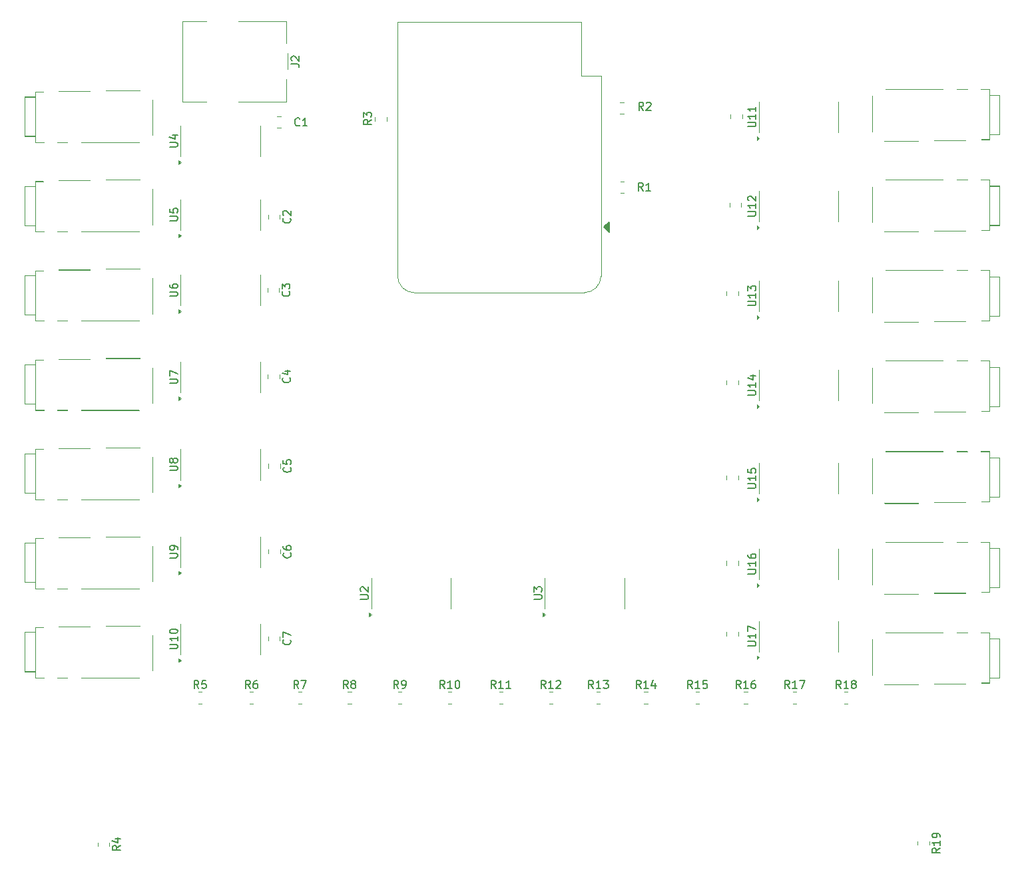
<source format=gbr>
%TF.GenerationSoftware,KiCad,Pcbnew,8.0.5*%
%TF.CreationDate,2024-12-17T00:57:55+08:00*%
%TF.ProjectId,hardware,68617264-7761-4726-952e-6b696361645f,rev?*%
%TF.SameCoordinates,Original*%
%TF.FileFunction,Legend,Top*%
%TF.FilePolarity,Positive*%
%FSLAX46Y46*%
G04 Gerber Fmt 4.6, Leading zero omitted, Abs format (unit mm)*
G04 Created by KiCad (PCBNEW 8.0.5) date 2024-12-17 00:57:55*
%MOMM*%
%LPD*%
G01*
G04 APERTURE LIST*
%ADD10C,0.150000*%
%ADD11C,0.120000*%
%ADD12C,0.100000*%
G04 APERTURE END LIST*
D10*
X273904819Y-149842857D02*
X273428628Y-150176190D01*
X273904819Y-150414285D02*
X272904819Y-150414285D01*
X272904819Y-150414285D02*
X272904819Y-150033333D01*
X272904819Y-150033333D02*
X272952438Y-149938095D01*
X272952438Y-149938095D02*
X273000057Y-149890476D01*
X273000057Y-149890476D02*
X273095295Y-149842857D01*
X273095295Y-149842857D02*
X273238152Y-149842857D01*
X273238152Y-149842857D02*
X273333390Y-149890476D01*
X273333390Y-149890476D02*
X273381009Y-149938095D01*
X273381009Y-149938095D02*
X273428628Y-150033333D01*
X273428628Y-150033333D02*
X273428628Y-150414285D01*
X273904819Y-148890476D02*
X273904819Y-149461904D01*
X273904819Y-149176190D02*
X272904819Y-149176190D01*
X272904819Y-149176190D02*
X273047676Y-149271428D01*
X273047676Y-149271428D02*
X273142914Y-149366666D01*
X273142914Y-149366666D02*
X273190533Y-149461904D01*
X273904819Y-148414285D02*
X273904819Y-148223809D01*
X273904819Y-148223809D02*
X273857200Y-148128571D01*
X273857200Y-148128571D02*
X273809580Y-148080952D01*
X273809580Y-148080952D02*
X273666723Y-147985714D01*
X273666723Y-147985714D02*
X273476247Y-147938095D01*
X273476247Y-147938095D02*
X273095295Y-147938095D01*
X273095295Y-147938095D02*
X273000057Y-147985714D01*
X273000057Y-147985714D02*
X272952438Y-148033333D01*
X272952438Y-148033333D02*
X272904819Y-148128571D01*
X272904819Y-148128571D02*
X272904819Y-148319047D01*
X272904819Y-148319047D02*
X272952438Y-148414285D01*
X272952438Y-148414285D02*
X273000057Y-148461904D01*
X273000057Y-148461904D02*
X273095295Y-148509523D01*
X273095295Y-148509523D02*
X273333390Y-148509523D01*
X273333390Y-148509523D02*
X273428628Y-148461904D01*
X273428628Y-148461904D02*
X273476247Y-148414285D01*
X273476247Y-148414285D02*
X273523866Y-148319047D01*
X273523866Y-148319047D02*
X273523866Y-148128571D01*
X273523866Y-148128571D02*
X273476247Y-148033333D01*
X273476247Y-148033333D02*
X273428628Y-147985714D01*
X273428628Y-147985714D02*
X273333390Y-147938095D01*
X261307142Y-129504819D02*
X260973809Y-129028628D01*
X260735714Y-129504819D02*
X260735714Y-128504819D01*
X260735714Y-128504819D02*
X261116666Y-128504819D01*
X261116666Y-128504819D02*
X261211904Y-128552438D01*
X261211904Y-128552438D02*
X261259523Y-128600057D01*
X261259523Y-128600057D02*
X261307142Y-128695295D01*
X261307142Y-128695295D02*
X261307142Y-128838152D01*
X261307142Y-128838152D02*
X261259523Y-128933390D01*
X261259523Y-128933390D02*
X261211904Y-128981009D01*
X261211904Y-128981009D02*
X261116666Y-129028628D01*
X261116666Y-129028628D02*
X260735714Y-129028628D01*
X262259523Y-129504819D02*
X261688095Y-129504819D01*
X261973809Y-129504819D02*
X261973809Y-128504819D01*
X261973809Y-128504819D02*
X261878571Y-128647676D01*
X261878571Y-128647676D02*
X261783333Y-128742914D01*
X261783333Y-128742914D02*
X261688095Y-128790533D01*
X262830952Y-128933390D02*
X262735714Y-128885771D01*
X262735714Y-128885771D02*
X262688095Y-128838152D01*
X262688095Y-128838152D02*
X262640476Y-128742914D01*
X262640476Y-128742914D02*
X262640476Y-128695295D01*
X262640476Y-128695295D02*
X262688095Y-128600057D01*
X262688095Y-128600057D02*
X262735714Y-128552438D01*
X262735714Y-128552438D02*
X262830952Y-128504819D01*
X262830952Y-128504819D02*
X263021428Y-128504819D01*
X263021428Y-128504819D02*
X263116666Y-128552438D01*
X263116666Y-128552438D02*
X263164285Y-128600057D01*
X263164285Y-128600057D02*
X263211904Y-128695295D01*
X263211904Y-128695295D02*
X263211904Y-128742914D01*
X263211904Y-128742914D02*
X263164285Y-128838152D01*
X263164285Y-128838152D02*
X263116666Y-128885771D01*
X263116666Y-128885771D02*
X263021428Y-128933390D01*
X263021428Y-128933390D02*
X262830952Y-128933390D01*
X262830952Y-128933390D02*
X262735714Y-128981009D01*
X262735714Y-128981009D02*
X262688095Y-129028628D01*
X262688095Y-129028628D02*
X262640476Y-129123866D01*
X262640476Y-129123866D02*
X262640476Y-129314342D01*
X262640476Y-129314342D02*
X262688095Y-129409580D01*
X262688095Y-129409580D02*
X262735714Y-129457200D01*
X262735714Y-129457200D02*
X262830952Y-129504819D01*
X262830952Y-129504819D02*
X263021428Y-129504819D01*
X263021428Y-129504819D02*
X263116666Y-129457200D01*
X263116666Y-129457200D02*
X263164285Y-129409580D01*
X263164285Y-129409580D02*
X263211904Y-129314342D01*
X263211904Y-129314342D02*
X263211904Y-129123866D01*
X263211904Y-129123866D02*
X263164285Y-129028628D01*
X263164285Y-129028628D02*
X263116666Y-128981009D01*
X263116666Y-128981009D02*
X263021428Y-128933390D01*
X254757142Y-129504819D02*
X254423809Y-129028628D01*
X254185714Y-129504819D02*
X254185714Y-128504819D01*
X254185714Y-128504819D02*
X254566666Y-128504819D01*
X254566666Y-128504819D02*
X254661904Y-128552438D01*
X254661904Y-128552438D02*
X254709523Y-128600057D01*
X254709523Y-128600057D02*
X254757142Y-128695295D01*
X254757142Y-128695295D02*
X254757142Y-128838152D01*
X254757142Y-128838152D02*
X254709523Y-128933390D01*
X254709523Y-128933390D02*
X254661904Y-128981009D01*
X254661904Y-128981009D02*
X254566666Y-129028628D01*
X254566666Y-129028628D02*
X254185714Y-129028628D01*
X255709523Y-129504819D02*
X255138095Y-129504819D01*
X255423809Y-129504819D02*
X255423809Y-128504819D01*
X255423809Y-128504819D02*
X255328571Y-128647676D01*
X255328571Y-128647676D02*
X255233333Y-128742914D01*
X255233333Y-128742914D02*
X255138095Y-128790533D01*
X256042857Y-128504819D02*
X256709523Y-128504819D01*
X256709523Y-128504819D02*
X256280952Y-129504819D01*
X248557142Y-129504819D02*
X248223809Y-129028628D01*
X247985714Y-129504819D02*
X247985714Y-128504819D01*
X247985714Y-128504819D02*
X248366666Y-128504819D01*
X248366666Y-128504819D02*
X248461904Y-128552438D01*
X248461904Y-128552438D02*
X248509523Y-128600057D01*
X248509523Y-128600057D02*
X248557142Y-128695295D01*
X248557142Y-128695295D02*
X248557142Y-128838152D01*
X248557142Y-128838152D02*
X248509523Y-128933390D01*
X248509523Y-128933390D02*
X248461904Y-128981009D01*
X248461904Y-128981009D02*
X248366666Y-129028628D01*
X248366666Y-129028628D02*
X247985714Y-129028628D01*
X249509523Y-129504819D02*
X248938095Y-129504819D01*
X249223809Y-129504819D02*
X249223809Y-128504819D01*
X249223809Y-128504819D02*
X249128571Y-128647676D01*
X249128571Y-128647676D02*
X249033333Y-128742914D01*
X249033333Y-128742914D02*
X248938095Y-128790533D01*
X250366666Y-128504819D02*
X250176190Y-128504819D01*
X250176190Y-128504819D02*
X250080952Y-128552438D01*
X250080952Y-128552438D02*
X250033333Y-128600057D01*
X250033333Y-128600057D02*
X249938095Y-128742914D01*
X249938095Y-128742914D02*
X249890476Y-128933390D01*
X249890476Y-128933390D02*
X249890476Y-129314342D01*
X249890476Y-129314342D02*
X249938095Y-129409580D01*
X249938095Y-129409580D02*
X249985714Y-129457200D01*
X249985714Y-129457200D02*
X250080952Y-129504819D01*
X250080952Y-129504819D02*
X250271428Y-129504819D01*
X250271428Y-129504819D02*
X250366666Y-129457200D01*
X250366666Y-129457200D02*
X250414285Y-129409580D01*
X250414285Y-129409580D02*
X250461904Y-129314342D01*
X250461904Y-129314342D02*
X250461904Y-129076247D01*
X250461904Y-129076247D02*
X250414285Y-128981009D01*
X250414285Y-128981009D02*
X250366666Y-128933390D01*
X250366666Y-128933390D02*
X250271428Y-128885771D01*
X250271428Y-128885771D02*
X250080952Y-128885771D01*
X250080952Y-128885771D02*
X249985714Y-128933390D01*
X249985714Y-128933390D02*
X249938095Y-128981009D01*
X249938095Y-128981009D02*
X249890476Y-129076247D01*
X242407142Y-129504819D02*
X242073809Y-129028628D01*
X241835714Y-129504819D02*
X241835714Y-128504819D01*
X241835714Y-128504819D02*
X242216666Y-128504819D01*
X242216666Y-128504819D02*
X242311904Y-128552438D01*
X242311904Y-128552438D02*
X242359523Y-128600057D01*
X242359523Y-128600057D02*
X242407142Y-128695295D01*
X242407142Y-128695295D02*
X242407142Y-128838152D01*
X242407142Y-128838152D02*
X242359523Y-128933390D01*
X242359523Y-128933390D02*
X242311904Y-128981009D01*
X242311904Y-128981009D02*
X242216666Y-129028628D01*
X242216666Y-129028628D02*
X241835714Y-129028628D01*
X243359523Y-129504819D02*
X242788095Y-129504819D01*
X243073809Y-129504819D02*
X243073809Y-128504819D01*
X243073809Y-128504819D02*
X242978571Y-128647676D01*
X242978571Y-128647676D02*
X242883333Y-128742914D01*
X242883333Y-128742914D02*
X242788095Y-128790533D01*
X244264285Y-128504819D02*
X243788095Y-128504819D01*
X243788095Y-128504819D02*
X243740476Y-128981009D01*
X243740476Y-128981009D02*
X243788095Y-128933390D01*
X243788095Y-128933390D02*
X243883333Y-128885771D01*
X243883333Y-128885771D02*
X244121428Y-128885771D01*
X244121428Y-128885771D02*
X244216666Y-128933390D01*
X244216666Y-128933390D02*
X244264285Y-128981009D01*
X244264285Y-128981009D02*
X244311904Y-129076247D01*
X244311904Y-129076247D02*
X244311904Y-129314342D01*
X244311904Y-129314342D02*
X244264285Y-129409580D01*
X244264285Y-129409580D02*
X244216666Y-129457200D01*
X244216666Y-129457200D02*
X244121428Y-129504819D01*
X244121428Y-129504819D02*
X243883333Y-129504819D01*
X243883333Y-129504819D02*
X243788095Y-129457200D01*
X243788095Y-129457200D02*
X243740476Y-129409580D01*
X235857142Y-129504819D02*
X235523809Y-129028628D01*
X235285714Y-129504819D02*
X235285714Y-128504819D01*
X235285714Y-128504819D02*
X235666666Y-128504819D01*
X235666666Y-128504819D02*
X235761904Y-128552438D01*
X235761904Y-128552438D02*
X235809523Y-128600057D01*
X235809523Y-128600057D02*
X235857142Y-128695295D01*
X235857142Y-128695295D02*
X235857142Y-128838152D01*
X235857142Y-128838152D02*
X235809523Y-128933390D01*
X235809523Y-128933390D02*
X235761904Y-128981009D01*
X235761904Y-128981009D02*
X235666666Y-129028628D01*
X235666666Y-129028628D02*
X235285714Y-129028628D01*
X236809523Y-129504819D02*
X236238095Y-129504819D01*
X236523809Y-129504819D02*
X236523809Y-128504819D01*
X236523809Y-128504819D02*
X236428571Y-128647676D01*
X236428571Y-128647676D02*
X236333333Y-128742914D01*
X236333333Y-128742914D02*
X236238095Y-128790533D01*
X237666666Y-128838152D02*
X237666666Y-129504819D01*
X237428571Y-128457200D02*
X237190476Y-129171485D01*
X237190476Y-129171485D02*
X237809523Y-129171485D01*
X229807142Y-129504819D02*
X229473809Y-129028628D01*
X229235714Y-129504819D02*
X229235714Y-128504819D01*
X229235714Y-128504819D02*
X229616666Y-128504819D01*
X229616666Y-128504819D02*
X229711904Y-128552438D01*
X229711904Y-128552438D02*
X229759523Y-128600057D01*
X229759523Y-128600057D02*
X229807142Y-128695295D01*
X229807142Y-128695295D02*
X229807142Y-128838152D01*
X229807142Y-128838152D02*
X229759523Y-128933390D01*
X229759523Y-128933390D02*
X229711904Y-128981009D01*
X229711904Y-128981009D02*
X229616666Y-129028628D01*
X229616666Y-129028628D02*
X229235714Y-129028628D01*
X230759523Y-129504819D02*
X230188095Y-129504819D01*
X230473809Y-129504819D02*
X230473809Y-128504819D01*
X230473809Y-128504819D02*
X230378571Y-128647676D01*
X230378571Y-128647676D02*
X230283333Y-128742914D01*
X230283333Y-128742914D02*
X230188095Y-128790533D01*
X231092857Y-128504819D02*
X231711904Y-128504819D01*
X231711904Y-128504819D02*
X231378571Y-128885771D01*
X231378571Y-128885771D02*
X231521428Y-128885771D01*
X231521428Y-128885771D02*
X231616666Y-128933390D01*
X231616666Y-128933390D02*
X231664285Y-128981009D01*
X231664285Y-128981009D02*
X231711904Y-129076247D01*
X231711904Y-129076247D02*
X231711904Y-129314342D01*
X231711904Y-129314342D02*
X231664285Y-129409580D01*
X231664285Y-129409580D02*
X231616666Y-129457200D01*
X231616666Y-129457200D02*
X231521428Y-129504819D01*
X231521428Y-129504819D02*
X231235714Y-129504819D01*
X231235714Y-129504819D02*
X231140476Y-129457200D01*
X231140476Y-129457200D02*
X231092857Y-129409580D01*
X223757142Y-129504819D02*
X223423809Y-129028628D01*
X223185714Y-129504819D02*
X223185714Y-128504819D01*
X223185714Y-128504819D02*
X223566666Y-128504819D01*
X223566666Y-128504819D02*
X223661904Y-128552438D01*
X223661904Y-128552438D02*
X223709523Y-128600057D01*
X223709523Y-128600057D02*
X223757142Y-128695295D01*
X223757142Y-128695295D02*
X223757142Y-128838152D01*
X223757142Y-128838152D02*
X223709523Y-128933390D01*
X223709523Y-128933390D02*
X223661904Y-128981009D01*
X223661904Y-128981009D02*
X223566666Y-129028628D01*
X223566666Y-129028628D02*
X223185714Y-129028628D01*
X224709523Y-129504819D02*
X224138095Y-129504819D01*
X224423809Y-129504819D02*
X224423809Y-128504819D01*
X224423809Y-128504819D02*
X224328571Y-128647676D01*
X224328571Y-128647676D02*
X224233333Y-128742914D01*
X224233333Y-128742914D02*
X224138095Y-128790533D01*
X225090476Y-128600057D02*
X225138095Y-128552438D01*
X225138095Y-128552438D02*
X225233333Y-128504819D01*
X225233333Y-128504819D02*
X225471428Y-128504819D01*
X225471428Y-128504819D02*
X225566666Y-128552438D01*
X225566666Y-128552438D02*
X225614285Y-128600057D01*
X225614285Y-128600057D02*
X225661904Y-128695295D01*
X225661904Y-128695295D02*
X225661904Y-128790533D01*
X225661904Y-128790533D02*
X225614285Y-128933390D01*
X225614285Y-128933390D02*
X225042857Y-129504819D01*
X225042857Y-129504819D02*
X225661904Y-129504819D01*
X217407142Y-129504819D02*
X217073809Y-129028628D01*
X216835714Y-129504819D02*
X216835714Y-128504819D01*
X216835714Y-128504819D02*
X217216666Y-128504819D01*
X217216666Y-128504819D02*
X217311904Y-128552438D01*
X217311904Y-128552438D02*
X217359523Y-128600057D01*
X217359523Y-128600057D02*
X217407142Y-128695295D01*
X217407142Y-128695295D02*
X217407142Y-128838152D01*
X217407142Y-128838152D02*
X217359523Y-128933390D01*
X217359523Y-128933390D02*
X217311904Y-128981009D01*
X217311904Y-128981009D02*
X217216666Y-129028628D01*
X217216666Y-129028628D02*
X216835714Y-129028628D01*
X218359523Y-129504819D02*
X217788095Y-129504819D01*
X218073809Y-129504819D02*
X218073809Y-128504819D01*
X218073809Y-128504819D02*
X217978571Y-128647676D01*
X217978571Y-128647676D02*
X217883333Y-128742914D01*
X217883333Y-128742914D02*
X217788095Y-128790533D01*
X219311904Y-129504819D02*
X218740476Y-129504819D01*
X219026190Y-129504819D02*
X219026190Y-128504819D01*
X219026190Y-128504819D02*
X218930952Y-128647676D01*
X218930952Y-128647676D02*
X218835714Y-128742914D01*
X218835714Y-128742914D02*
X218740476Y-128790533D01*
X210907142Y-129504819D02*
X210573809Y-129028628D01*
X210335714Y-129504819D02*
X210335714Y-128504819D01*
X210335714Y-128504819D02*
X210716666Y-128504819D01*
X210716666Y-128504819D02*
X210811904Y-128552438D01*
X210811904Y-128552438D02*
X210859523Y-128600057D01*
X210859523Y-128600057D02*
X210907142Y-128695295D01*
X210907142Y-128695295D02*
X210907142Y-128838152D01*
X210907142Y-128838152D02*
X210859523Y-128933390D01*
X210859523Y-128933390D02*
X210811904Y-128981009D01*
X210811904Y-128981009D02*
X210716666Y-129028628D01*
X210716666Y-129028628D02*
X210335714Y-129028628D01*
X211859523Y-129504819D02*
X211288095Y-129504819D01*
X211573809Y-129504819D02*
X211573809Y-128504819D01*
X211573809Y-128504819D02*
X211478571Y-128647676D01*
X211478571Y-128647676D02*
X211383333Y-128742914D01*
X211383333Y-128742914D02*
X211288095Y-128790533D01*
X212478571Y-128504819D02*
X212573809Y-128504819D01*
X212573809Y-128504819D02*
X212669047Y-128552438D01*
X212669047Y-128552438D02*
X212716666Y-128600057D01*
X212716666Y-128600057D02*
X212764285Y-128695295D01*
X212764285Y-128695295D02*
X212811904Y-128885771D01*
X212811904Y-128885771D02*
X212811904Y-129123866D01*
X212811904Y-129123866D02*
X212764285Y-129314342D01*
X212764285Y-129314342D02*
X212716666Y-129409580D01*
X212716666Y-129409580D02*
X212669047Y-129457200D01*
X212669047Y-129457200D02*
X212573809Y-129504819D01*
X212573809Y-129504819D02*
X212478571Y-129504819D01*
X212478571Y-129504819D02*
X212383333Y-129457200D01*
X212383333Y-129457200D02*
X212335714Y-129409580D01*
X212335714Y-129409580D02*
X212288095Y-129314342D01*
X212288095Y-129314342D02*
X212240476Y-129123866D01*
X212240476Y-129123866D02*
X212240476Y-128885771D01*
X212240476Y-128885771D02*
X212288095Y-128695295D01*
X212288095Y-128695295D02*
X212335714Y-128600057D01*
X212335714Y-128600057D02*
X212383333Y-128552438D01*
X212383333Y-128552438D02*
X212478571Y-128504819D01*
X205033333Y-129504819D02*
X204700000Y-129028628D01*
X204461905Y-129504819D02*
X204461905Y-128504819D01*
X204461905Y-128504819D02*
X204842857Y-128504819D01*
X204842857Y-128504819D02*
X204938095Y-128552438D01*
X204938095Y-128552438D02*
X204985714Y-128600057D01*
X204985714Y-128600057D02*
X205033333Y-128695295D01*
X205033333Y-128695295D02*
X205033333Y-128838152D01*
X205033333Y-128838152D02*
X204985714Y-128933390D01*
X204985714Y-128933390D02*
X204938095Y-128981009D01*
X204938095Y-128981009D02*
X204842857Y-129028628D01*
X204842857Y-129028628D02*
X204461905Y-129028628D01*
X205509524Y-129504819D02*
X205700000Y-129504819D01*
X205700000Y-129504819D02*
X205795238Y-129457200D01*
X205795238Y-129457200D02*
X205842857Y-129409580D01*
X205842857Y-129409580D02*
X205938095Y-129266723D01*
X205938095Y-129266723D02*
X205985714Y-129076247D01*
X205985714Y-129076247D02*
X205985714Y-128695295D01*
X205985714Y-128695295D02*
X205938095Y-128600057D01*
X205938095Y-128600057D02*
X205890476Y-128552438D01*
X205890476Y-128552438D02*
X205795238Y-128504819D01*
X205795238Y-128504819D02*
X205604762Y-128504819D01*
X205604762Y-128504819D02*
X205509524Y-128552438D01*
X205509524Y-128552438D02*
X205461905Y-128600057D01*
X205461905Y-128600057D02*
X205414286Y-128695295D01*
X205414286Y-128695295D02*
X205414286Y-128933390D01*
X205414286Y-128933390D02*
X205461905Y-129028628D01*
X205461905Y-129028628D02*
X205509524Y-129076247D01*
X205509524Y-129076247D02*
X205604762Y-129123866D01*
X205604762Y-129123866D02*
X205795238Y-129123866D01*
X205795238Y-129123866D02*
X205890476Y-129076247D01*
X205890476Y-129076247D02*
X205938095Y-129028628D01*
X205938095Y-129028628D02*
X205985714Y-128933390D01*
X198633333Y-129504819D02*
X198300000Y-129028628D01*
X198061905Y-129504819D02*
X198061905Y-128504819D01*
X198061905Y-128504819D02*
X198442857Y-128504819D01*
X198442857Y-128504819D02*
X198538095Y-128552438D01*
X198538095Y-128552438D02*
X198585714Y-128600057D01*
X198585714Y-128600057D02*
X198633333Y-128695295D01*
X198633333Y-128695295D02*
X198633333Y-128838152D01*
X198633333Y-128838152D02*
X198585714Y-128933390D01*
X198585714Y-128933390D02*
X198538095Y-128981009D01*
X198538095Y-128981009D02*
X198442857Y-129028628D01*
X198442857Y-129028628D02*
X198061905Y-129028628D01*
X199204762Y-128933390D02*
X199109524Y-128885771D01*
X199109524Y-128885771D02*
X199061905Y-128838152D01*
X199061905Y-128838152D02*
X199014286Y-128742914D01*
X199014286Y-128742914D02*
X199014286Y-128695295D01*
X199014286Y-128695295D02*
X199061905Y-128600057D01*
X199061905Y-128600057D02*
X199109524Y-128552438D01*
X199109524Y-128552438D02*
X199204762Y-128504819D01*
X199204762Y-128504819D02*
X199395238Y-128504819D01*
X199395238Y-128504819D02*
X199490476Y-128552438D01*
X199490476Y-128552438D02*
X199538095Y-128600057D01*
X199538095Y-128600057D02*
X199585714Y-128695295D01*
X199585714Y-128695295D02*
X199585714Y-128742914D01*
X199585714Y-128742914D02*
X199538095Y-128838152D01*
X199538095Y-128838152D02*
X199490476Y-128885771D01*
X199490476Y-128885771D02*
X199395238Y-128933390D01*
X199395238Y-128933390D02*
X199204762Y-128933390D01*
X199204762Y-128933390D02*
X199109524Y-128981009D01*
X199109524Y-128981009D02*
X199061905Y-129028628D01*
X199061905Y-129028628D02*
X199014286Y-129123866D01*
X199014286Y-129123866D02*
X199014286Y-129314342D01*
X199014286Y-129314342D02*
X199061905Y-129409580D01*
X199061905Y-129409580D02*
X199109524Y-129457200D01*
X199109524Y-129457200D02*
X199204762Y-129504819D01*
X199204762Y-129504819D02*
X199395238Y-129504819D01*
X199395238Y-129504819D02*
X199490476Y-129457200D01*
X199490476Y-129457200D02*
X199538095Y-129409580D01*
X199538095Y-129409580D02*
X199585714Y-129314342D01*
X199585714Y-129314342D02*
X199585714Y-129123866D01*
X199585714Y-129123866D02*
X199538095Y-129028628D01*
X199538095Y-129028628D02*
X199490476Y-128981009D01*
X199490476Y-128981009D02*
X199395238Y-128933390D01*
X192333333Y-129504819D02*
X192000000Y-129028628D01*
X191761905Y-129504819D02*
X191761905Y-128504819D01*
X191761905Y-128504819D02*
X192142857Y-128504819D01*
X192142857Y-128504819D02*
X192238095Y-128552438D01*
X192238095Y-128552438D02*
X192285714Y-128600057D01*
X192285714Y-128600057D02*
X192333333Y-128695295D01*
X192333333Y-128695295D02*
X192333333Y-128838152D01*
X192333333Y-128838152D02*
X192285714Y-128933390D01*
X192285714Y-128933390D02*
X192238095Y-128981009D01*
X192238095Y-128981009D02*
X192142857Y-129028628D01*
X192142857Y-129028628D02*
X191761905Y-129028628D01*
X192666667Y-128504819D02*
X193333333Y-128504819D01*
X193333333Y-128504819D02*
X192904762Y-129504819D01*
X186183333Y-129504819D02*
X185850000Y-129028628D01*
X185611905Y-129504819D02*
X185611905Y-128504819D01*
X185611905Y-128504819D02*
X185992857Y-128504819D01*
X185992857Y-128504819D02*
X186088095Y-128552438D01*
X186088095Y-128552438D02*
X186135714Y-128600057D01*
X186135714Y-128600057D02*
X186183333Y-128695295D01*
X186183333Y-128695295D02*
X186183333Y-128838152D01*
X186183333Y-128838152D02*
X186135714Y-128933390D01*
X186135714Y-128933390D02*
X186088095Y-128981009D01*
X186088095Y-128981009D02*
X185992857Y-129028628D01*
X185992857Y-129028628D02*
X185611905Y-129028628D01*
X187040476Y-128504819D02*
X186850000Y-128504819D01*
X186850000Y-128504819D02*
X186754762Y-128552438D01*
X186754762Y-128552438D02*
X186707143Y-128600057D01*
X186707143Y-128600057D02*
X186611905Y-128742914D01*
X186611905Y-128742914D02*
X186564286Y-128933390D01*
X186564286Y-128933390D02*
X186564286Y-129314342D01*
X186564286Y-129314342D02*
X186611905Y-129409580D01*
X186611905Y-129409580D02*
X186659524Y-129457200D01*
X186659524Y-129457200D02*
X186754762Y-129504819D01*
X186754762Y-129504819D02*
X186945238Y-129504819D01*
X186945238Y-129504819D02*
X187040476Y-129457200D01*
X187040476Y-129457200D02*
X187088095Y-129409580D01*
X187088095Y-129409580D02*
X187135714Y-129314342D01*
X187135714Y-129314342D02*
X187135714Y-129076247D01*
X187135714Y-129076247D02*
X187088095Y-128981009D01*
X187088095Y-128981009D02*
X187040476Y-128933390D01*
X187040476Y-128933390D02*
X186945238Y-128885771D01*
X186945238Y-128885771D02*
X186754762Y-128885771D01*
X186754762Y-128885771D02*
X186659524Y-128933390D01*
X186659524Y-128933390D02*
X186611905Y-128981009D01*
X186611905Y-128981009D02*
X186564286Y-129076247D01*
X179633333Y-129504819D02*
X179300000Y-129028628D01*
X179061905Y-129504819D02*
X179061905Y-128504819D01*
X179061905Y-128504819D02*
X179442857Y-128504819D01*
X179442857Y-128504819D02*
X179538095Y-128552438D01*
X179538095Y-128552438D02*
X179585714Y-128600057D01*
X179585714Y-128600057D02*
X179633333Y-128695295D01*
X179633333Y-128695295D02*
X179633333Y-128838152D01*
X179633333Y-128838152D02*
X179585714Y-128933390D01*
X179585714Y-128933390D02*
X179538095Y-128981009D01*
X179538095Y-128981009D02*
X179442857Y-129028628D01*
X179442857Y-129028628D02*
X179061905Y-129028628D01*
X180538095Y-128504819D02*
X180061905Y-128504819D01*
X180061905Y-128504819D02*
X180014286Y-128981009D01*
X180014286Y-128981009D02*
X180061905Y-128933390D01*
X180061905Y-128933390D02*
X180157143Y-128885771D01*
X180157143Y-128885771D02*
X180395238Y-128885771D01*
X180395238Y-128885771D02*
X180490476Y-128933390D01*
X180490476Y-128933390D02*
X180538095Y-128981009D01*
X180538095Y-128981009D02*
X180585714Y-129076247D01*
X180585714Y-129076247D02*
X180585714Y-129314342D01*
X180585714Y-129314342D02*
X180538095Y-129409580D01*
X180538095Y-129409580D02*
X180490476Y-129457200D01*
X180490476Y-129457200D02*
X180395238Y-129504819D01*
X180395238Y-129504819D02*
X180157143Y-129504819D01*
X180157143Y-129504819D02*
X180061905Y-129457200D01*
X180061905Y-129457200D02*
X180014286Y-129409580D01*
X169654819Y-149516666D02*
X169178628Y-149849999D01*
X169654819Y-150088094D02*
X168654819Y-150088094D01*
X168654819Y-150088094D02*
X168654819Y-149707142D01*
X168654819Y-149707142D02*
X168702438Y-149611904D01*
X168702438Y-149611904D02*
X168750057Y-149564285D01*
X168750057Y-149564285D02*
X168845295Y-149516666D01*
X168845295Y-149516666D02*
X168988152Y-149516666D01*
X168988152Y-149516666D02*
X169083390Y-149564285D01*
X169083390Y-149564285D02*
X169131009Y-149611904D01*
X169131009Y-149611904D02*
X169178628Y-149707142D01*
X169178628Y-149707142D02*
X169178628Y-150088094D01*
X168988152Y-148659523D02*
X169654819Y-148659523D01*
X168607200Y-148897618D02*
X169321485Y-149135713D01*
X169321485Y-149135713D02*
X169321485Y-148516666D01*
X201604819Y-57116666D02*
X201128628Y-57449999D01*
X201604819Y-57688094D02*
X200604819Y-57688094D01*
X200604819Y-57688094D02*
X200604819Y-57307142D01*
X200604819Y-57307142D02*
X200652438Y-57211904D01*
X200652438Y-57211904D02*
X200700057Y-57164285D01*
X200700057Y-57164285D02*
X200795295Y-57116666D01*
X200795295Y-57116666D02*
X200938152Y-57116666D01*
X200938152Y-57116666D02*
X201033390Y-57164285D01*
X201033390Y-57164285D02*
X201081009Y-57211904D01*
X201081009Y-57211904D02*
X201128628Y-57307142D01*
X201128628Y-57307142D02*
X201128628Y-57688094D01*
X200604819Y-56783332D02*
X200604819Y-56164285D01*
X200604819Y-56164285D02*
X200985771Y-56497618D01*
X200985771Y-56497618D02*
X200985771Y-56354761D01*
X200985771Y-56354761D02*
X201033390Y-56259523D01*
X201033390Y-56259523D02*
X201081009Y-56211904D01*
X201081009Y-56211904D02*
X201176247Y-56164285D01*
X201176247Y-56164285D02*
X201414342Y-56164285D01*
X201414342Y-56164285D02*
X201509580Y-56211904D01*
X201509580Y-56211904D02*
X201557200Y-56259523D01*
X201557200Y-56259523D02*
X201604819Y-56354761D01*
X201604819Y-56354761D02*
X201604819Y-56640475D01*
X201604819Y-56640475D02*
X201557200Y-56735713D01*
X201557200Y-56735713D02*
X201509580Y-56783332D01*
X236183333Y-55904819D02*
X235850000Y-55428628D01*
X235611905Y-55904819D02*
X235611905Y-54904819D01*
X235611905Y-54904819D02*
X235992857Y-54904819D01*
X235992857Y-54904819D02*
X236088095Y-54952438D01*
X236088095Y-54952438D02*
X236135714Y-55000057D01*
X236135714Y-55000057D02*
X236183333Y-55095295D01*
X236183333Y-55095295D02*
X236183333Y-55238152D01*
X236183333Y-55238152D02*
X236135714Y-55333390D01*
X236135714Y-55333390D02*
X236088095Y-55381009D01*
X236088095Y-55381009D02*
X235992857Y-55428628D01*
X235992857Y-55428628D02*
X235611905Y-55428628D01*
X236564286Y-55000057D02*
X236611905Y-54952438D01*
X236611905Y-54952438D02*
X236707143Y-54904819D01*
X236707143Y-54904819D02*
X236945238Y-54904819D01*
X236945238Y-54904819D02*
X237040476Y-54952438D01*
X237040476Y-54952438D02*
X237088095Y-55000057D01*
X237088095Y-55000057D02*
X237135714Y-55095295D01*
X237135714Y-55095295D02*
X237135714Y-55190533D01*
X237135714Y-55190533D02*
X237088095Y-55333390D01*
X237088095Y-55333390D02*
X236516667Y-55904819D01*
X236516667Y-55904819D02*
X237135714Y-55904819D01*
X236133333Y-66154819D02*
X235800000Y-65678628D01*
X235561905Y-66154819D02*
X235561905Y-65154819D01*
X235561905Y-65154819D02*
X235942857Y-65154819D01*
X235942857Y-65154819D02*
X236038095Y-65202438D01*
X236038095Y-65202438D02*
X236085714Y-65250057D01*
X236085714Y-65250057D02*
X236133333Y-65345295D01*
X236133333Y-65345295D02*
X236133333Y-65488152D01*
X236133333Y-65488152D02*
X236085714Y-65583390D01*
X236085714Y-65583390D02*
X236038095Y-65631009D01*
X236038095Y-65631009D02*
X235942857Y-65678628D01*
X235942857Y-65678628D02*
X235561905Y-65678628D01*
X237085714Y-66154819D02*
X236514286Y-66154819D01*
X236800000Y-66154819D02*
X236800000Y-65154819D01*
X236800000Y-65154819D02*
X236704762Y-65297676D01*
X236704762Y-65297676D02*
X236609524Y-65392914D01*
X236609524Y-65392914D02*
X236514286Y-65440533D01*
X191239580Y-123316666D02*
X191287200Y-123364285D01*
X191287200Y-123364285D02*
X191334819Y-123507142D01*
X191334819Y-123507142D02*
X191334819Y-123602380D01*
X191334819Y-123602380D02*
X191287200Y-123745237D01*
X191287200Y-123745237D02*
X191191961Y-123840475D01*
X191191961Y-123840475D02*
X191096723Y-123888094D01*
X191096723Y-123888094D02*
X190906247Y-123935713D01*
X190906247Y-123935713D02*
X190763390Y-123935713D01*
X190763390Y-123935713D02*
X190572914Y-123888094D01*
X190572914Y-123888094D02*
X190477676Y-123840475D01*
X190477676Y-123840475D02*
X190382438Y-123745237D01*
X190382438Y-123745237D02*
X190334819Y-123602380D01*
X190334819Y-123602380D02*
X190334819Y-123507142D01*
X190334819Y-123507142D02*
X190382438Y-123364285D01*
X190382438Y-123364285D02*
X190430057Y-123316666D01*
X190334819Y-122983332D02*
X190334819Y-122316666D01*
X190334819Y-122316666D02*
X191334819Y-122745237D01*
X191289580Y-112266666D02*
X191337200Y-112314285D01*
X191337200Y-112314285D02*
X191384819Y-112457142D01*
X191384819Y-112457142D02*
X191384819Y-112552380D01*
X191384819Y-112552380D02*
X191337200Y-112695237D01*
X191337200Y-112695237D02*
X191241961Y-112790475D01*
X191241961Y-112790475D02*
X191146723Y-112838094D01*
X191146723Y-112838094D02*
X190956247Y-112885713D01*
X190956247Y-112885713D02*
X190813390Y-112885713D01*
X190813390Y-112885713D02*
X190622914Y-112838094D01*
X190622914Y-112838094D02*
X190527676Y-112790475D01*
X190527676Y-112790475D02*
X190432438Y-112695237D01*
X190432438Y-112695237D02*
X190384819Y-112552380D01*
X190384819Y-112552380D02*
X190384819Y-112457142D01*
X190384819Y-112457142D02*
X190432438Y-112314285D01*
X190432438Y-112314285D02*
X190480057Y-112266666D01*
X190384819Y-111409523D02*
X190384819Y-111599999D01*
X190384819Y-111599999D02*
X190432438Y-111695237D01*
X190432438Y-111695237D02*
X190480057Y-111742856D01*
X190480057Y-111742856D02*
X190622914Y-111838094D01*
X190622914Y-111838094D02*
X190813390Y-111885713D01*
X190813390Y-111885713D02*
X191194342Y-111885713D01*
X191194342Y-111885713D02*
X191289580Y-111838094D01*
X191289580Y-111838094D02*
X191337200Y-111790475D01*
X191337200Y-111790475D02*
X191384819Y-111695237D01*
X191384819Y-111695237D02*
X191384819Y-111504761D01*
X191384819Y-111504761D02*
X191337200Y-111409523D01*
X191337200Y-111409523D02*
X191289580Y-111361904D01*
X191289580Y-111361904D02*
X191194342Y-111314285D01*
X191194342Y-111314285D02*
X190956247Y-111314285D01*
X190956247Y-111314285D02*
X190861009Y-111361904D01*
X190861009Y-111361904D02*
X190813390Y-111409523D01*
X190813390Y-111409523D02*
X190765771Y-111504761D01*
X190765771Y-111504761D02*
X190765771Y-111695237D01*
X190765771Y-111695237D02*
X190813390Y-111790475D01*
X190813390Y-111790475D02*
X190861009Y-111838094D01*
X190861009Y-111838094D02*
X190956247Y-111885713D01*
X191289580Y-101366666D02*
X191337200Y-101414285D01*
X191337200Y-101414285D02*
X191384819Y-101557142D01*
X191384819Y-101557142D02*
X191384819Y-101652380D01*
X191384819Y-101652380D02*
X191337200Y-101795237D01*
X191337200Y-101795237D02*
X191241961Y-101890475D01*
X191241961Y-101890475D02*
X191146723Y-101938094D01*
X191146723Y-101938094D02*
X190956247Y-101985713D01*
X190956247Y-101985713D02*
X190813390Y-101985713D01*
X190813390Y-101985713D02*
X190622914Y-101938094D01*
X190622914Y-101938094D02*
X190527676Y-101890475D01*
X190527676Y-101890475D02*
X190432438Y-101795237D01*
X190432438Y-101795237D02*
X190384819Y-101652380D01*
X190384819Y-101652380D02*
X190384819Y-101557142D01*
X190384819Y-101557142D02*
X190432438Y-101414285D01*
X190432438Y-101414285D02*
X190480057Y-101366666D01*
X190384819Y-100461904D02*
X190384819Y-100938094D01*
X190384819Y-100938094D02*
X190861009Y-100985713D01*
X190861009Y-100985713D02*
X190813390Y-100938094D01*
X190813390Y-100938094D02*
X190765771Y-100842856D01*
X190765771Y-100842856D02*
X190765771Y-100604761D01*
X190765771Y-100604761D02*
X190813390Y-100509523D01*
X190813390Y-100509523D02*
X190861009Y-100461904D01*
X190861009Y-100461904D02*
X190956247Y-100414285D01*
X190956247Y-100414285D02*
X191194342Y-100414285D01*
X191194342Y-100414285D02*
X191289580Y-100461904D01*
X191289580Y-100461904D02*
X191337200Y-100509523D01*
X191337200Y-100509523D02*
X191384819Y-100604761D01*
X191384819Y-100604761D02*
X191384819Y-100842856D01*
X191384819Y-100842856D02*
X191337200Y-100938094D01*
X191337200Y-100938094D02*
X191289580Y-100985713D01*
X191189580Y-89966666D02*
X191237200Y-90014285D01*
X191237200Y-90014285D02*
X191284819Y-90157142D01*
X191284819Y-90157142D02*
X191284819Y-90252380D01*
X191284819Y-90252380D02*
X191237200Y-90395237D01*
X191237200Y-90395237D02*
X191141961Y-90490475D01*
X191141961Y-90490475D02*
X191046723Y-90538094D01*
X191046723Y-90538094D02*
X190856247Y-90585713D01*
X190856247Y-90585713D02*
X190713390Y-90585713D01*
X190713390Y-90585713D02*
X190522914Y-90538094D01*
X190522914Y-90538094D02*
X190427676Y-90490475D01*
X190427676Y-90490475D02*
X190332438Y-90395237D01*
X190332438Y-90395237D02*
X190284819Y-90252380D01*
X190284819Y-90252380D02*
X190284819Y-90157142D01*
X190284819Y-90157142D02*
X190332438Y-90014285D01*
X190332438Y-90014285D02*
X190380057Y-89966666D01*
X190618152Y-89109523D02*
X191284819Y-89109523D01*
X190237200Y-89347618D02*
X190951485Y-89585713D01*
X190951485Y-89585713D02*
X190951485Y-88966666D01*
X191139580Y-78966666D02*
X191187200Y-79014285D01*
X191187200Y-79014285D02*
X191234819Y-79157142D01*
X191234819Y-79157142D02*
X191234819Y-79252380D01*
X191234819Y-79252380D02*
X191187200Y-79395237D01*
X191187200Y-79395237D02*
X191091961Y-79490475D01*
X191091961Y-79490475D02*
X190996723Y-79538094D01*
X190996723Y-79538094D02*
X190806247Y-79585713D01*
X190806247Y-79585713D02*
X190663390Y-79585713D01*
X190663390Y-79585713D02*
X190472914Y-79538094D01*
X190472914Y-79538094D02*
X190377676Y-79490475D01*
X190377676Y-79490475D02*
X190282438Y-79395237D01*
X190282438Y-79395237D02*
X190234819Y-79252380D01*
X190234819Y-79252380D02*
X190234819Y-79157142D01*
X190234819Y-79157142D02*
X190282438Y-79014285D01*
X190282438Y-79014285D02*
X190330057Y-78966666D01*
X190234819Y-78633332D02*
X190234819Y-78014285D01*
X190234819Y-78014285D02*
X190615771Y-78347618D01*
X190615771Y-78347618D02*
X190615771Y-78204761D01*
X190615771Y-78204761D02*
X190663390Y-78109523D01*
X190663390Y-78109523D02*
X190711009Y-78061904D01*
X190711009Y-78061904D02*
X190806247Y-78014285D01*
X190806247Y-78014285D02*
X191044342Y-78014285D01*
X191044342Y-78014285D02*
X191139580Y-78061904D01*
X191139580Y-78061904D02*
X191187200Y-78109523D01*
X191187200Y-78109523D02*
X191234819Y-78204761D01*
X191234819Y-78204761D02*
X191234819Y-78490475D01*
X191234819Y-78490475D02*
X191187200Y-78585713D01*
X191187200Y-78585713D02*
X191139580Y-78633332D01*
X191239580Y-69666666D02*
X191287200Y-69714285D01*
X191287200Y-69714285D02*
X191334819Y-69857142D01*
X191334819Y-69857142D02*
X191334819Y-69952380D01*
X191334819Y-69952380D02*
X191287200Y-70095237D01*
X191287200Y-70095237D02*
X191191961Y-70190475D01*
X191191961Y-70190475D02*
X191096723Y-70238094D01*
X191096723Y-70238094D02*
X190906247Y-70285713D01*
X190906247Y-70285713D02*
X190763390Y-70285713D01*
X190763390Y-70285713D02*
X190572914Y-70238094D01*
X190572914Y-70238094D02*
X190477676Y-70190475D01*
X190477676Y-70190475D02*
X190382438Y-70095237D01*
X190382438Y-70095237D02*
X190334819Y-69952380D01*
X190334819Y-69952380D02*
X190334819Y-69857142D01*
X190334819Y-69857142D02*
X190382438Y-69714285D01*
X190382438Y-69714285D02*
X190430057Y-69666666D01*
X190430057Y-69285713D02*
X190382438Y-69238094D01*
X190382438Y-69238094D02*
X190334819Y-69142856D01*
X190334819Y-69142856D02*
X190334819Y-68904761D01*
X190334819Y-68904761D02*
X190382438Y-68809523D01*
X190382438Y-68809523D02*
X190430057Y-68761904D01*
X190430057Y-68761904D02*
X190525295Y-68714285D01*
X190525295Y-68714285D02*
X190620533Y-68714285D01*
X190620533Y-68714285D02*
X190763390Y-68761904D01*
X190763390Y-68761904D02*
X191334819Y-69333332D01*
X191334819Y-69333332D02*
X191334819Y-68714285D01*
X192483333Y-57809580D02*
X192435714Y-57857200D01*
X192435714Y-57857200D02*
X192292857Y-57904819D01*
X192292857Y-57904819D02*
X192197619Y-57904819D01*
X192197619Y-57904819D02*
X192054762Y-57857200D01*
X192054762Y-57857200D02*
X191959524Y-57761961D01*
X191959524Y-57761961D02*
X191911905Y-57666723D01*
X191911905Y-57666723D02*
X191864286Y-57476247D01*
X191864286Y-57476247D02*
X191864286Y-57333390D01*
X191864286Y-57333390D02*
X191911905Y-57142914D01*
X191911905Y-57142914D02*
X191959524Y-57047676D01*
X191959524Y-57047676D02*
X192054762Y-56952438D01*
X192054762Y-56952438D02*
X192197619Y-56904819D01*
X192197619Y-56904819D02*
X192292857Y-56904819D01*
X192292857Y-56904819D02*
X192435714Y-56952438D01*
X192435714Y-56952438D02*
X192483333Y-57000057D01*
X193435714Y-57904819D02*
X192864286Y-57904819D01*
X193150000Y-57904819D02*
X193150000Y-56904819D01*
X193150000Y-56904819D02*
X193054762Y-57047676D01*
X193054762Y-57047676D02*
X192959524Y-57142914D01*
X192959524Y-57142914D02*
X192864286Y-57190533D01*
X175929819Y-101786904D02*
X176739342Y-101786904D01*
X176739342Y-101786904D02*
X176834580Y-101739285D01*
X176834580Y-101739285D02*
X176882200Y-101691666D01*
X176882200Y-101691666D02*
X176929819Y-101596428D01*
X176929819Y-101596428D02*
X176929819Y-101405952D01*
X176929819Y-101405952D02*
X176882200Y-101310714D01*
X176882200Y-101310714D02*
X176834580Y-101263095D01*
X176834580Y-101263095D02*
X176739342Y-101215476D01*
X176739342Y-101215476D02*
X175929819Y-101215476D01*
X176358390Y-100596428D02*
X176310771Y-100691666D01*
X176310771Y-100691666D02*
X176263152Y-100739285D01*
X176263152Y-100739285D02*
X176167914Y-100786904D01*
X176167914Y-100786904D02*
X176120295Y-100786904D01*
X176120295Y-100786904D02*
X176025057Y-100739285D01*
X176025057Y-100739285D02*
X175977438Y-100691666D01*
X175977438Y-100691666D02*
X175929819Y-100596428D01*
X175929819Y-100596428D02*
X175929819Y-100405952D01*
X175929819Y-100405952D02*
X175977438Y-100310714D01*
X175977438Y-100310714D02*
X176025057Y-100263095D01*
X176025057Y-100263095D02*
X176120295Y-100215476D01*
X176120295Y-100215476D02*
X176167914Y-100215476D01*
X176167914Y-100215476D02*
X176263152Y-100263095D01*
X176263152Y-100263095D02*
X176310771Y-100310714D01*
X176310771Y-100310714D02*
X176358390Y-100405952D01*
X176358390Y-100405952D02*
X176358390Y-100596428D01*
X176358390Y-100596428D02*
X176406009Y-100691666D01*
X176406009Y-100691666D02*
X176453628Y-100739285D01*
X176453628Y-100739285D02*
X176548866Y-100786904D01*
X176548866Y-100786904D02*
X176739342Y-100786904D01*
X176739342Y-100786904D02*
X176834580Y-100739285D01*
X176834580Y-100739285D02*
X176882200Y-100691666D01*
X176882200Y-100691666D02*
X176929819Y-100596428D01*
X176929819Y-100596428D02*
X176929819Y-100405952D01*
X176929819Y-100405952D02*
X176882200Y-100310714D01*
X176882200Y-100310714D02*
X176834580Y-100263095D01*
X176834580Y-100263095D02*
X176739342Y-100215476D01*
X176739342Y-100215476D02*
X176548866Y-100215476D01*
X176548866Y-100215476D02*
X176453628Y-100263095D01*
X176453628Y-100263095D02*
X176406009Y-100310714D01*
X176406009Y-100310714D02*
X176358390Y-100405952D01*
X249479819Y-92163094D02*
X250289342Y-92163094D01*
X250289342Y-92163094D02*
X250384580Y-92115475D01*
X250384580Y-92115475D02*
X250432200Y-92067856D01*
X250432200Y-92067856D02*
X250479819Y-91972618D01*
X250479819Y-91972618D02*
X250479819Y-91782142D01*
X250479819Y-91782142D02*
X250432200Y-91686904D01*
X250432200Y-91686904D02*
X250384580Y-91639285D01*
X250384580Y-91639285D02*
X250289342Y-91591666D01*
X250289342Y-91591666D02*
X249479819Y-91591666D01*
X250479819Y-90591666D02*
X250479819Y-91163094D01*
X250479819Y-90877380D02*
X249479819Y-90877380D01*
X249479819Y-90877380D02*
X249622676Y-90972618D01*
X249622676Y-90972618D02*
X249717914Y-91067856D01*
X249717914Y-91067856D02*
X249765533Y-91163094D01*
X249813152Y-89734523D02*
X250479819Y-89734523D01*
X249432200Y-89972618D02*
X250146485Y-90210713D01*
X250146485Y-90210713D02*
X250146485Y-89591666D01*
X249479819Y-124113094D02*
X250289342Y-124113094D01*
X250289342Y-124113094D02*
X250384580Y-124065475D01*
X250384580Y-124065475D02*
X250432200Y-124017856D01*
X250432200Y-124017856D02*
X250479819Y-123922618D01*
X250479819Y-123922618D02*
X250479819Y-123732142D01*
X250479819Y-123732142D02*
X250432200Y-123636904D01*
X250432200Y-123636904D02*
X250384580Y-123589285D01*
X250384580Y-123589285D02*
X250289342Y-123541666D01*
X250289342Y-123541666D02*
X249479819Y-123541666D01*
X250479819Y-122541666D02*
X250479819Y-123113094D01*
X250479819Y-122827380D02*
X249479819Y-122827380D01*
X249479819Y-122827380D02*
X249622676Y-122922618D01*
X249622676Y-122922618D02*
X249717914Y-123017856D01*
X249717914Y-123017856D02*
X249765533Y-123113094D01*
X249479819Y-122208332D02*
X249479819Y-121541666D01*
X249479819Y-121541666D02*
X250479819Y-121970237D01*
X175929819Y-90686904D02*
X176739342Y-90686904D01*
X176739342Y-90686904D02*
X176834580Y-90639285D01*
X176834580Y-90639285D02*
X176882200Y-90591666D01*
X176882200Y-90591666D02*
X176929819Y-90496428D01*
X176929819Y-90496428D02*
X176929819Y-90305952D01*
X176929819Y-90305952D02*
X176882200Y-90210714D01*
X176882200Y-90210714D02*
X176834580Y-90163095D01*
X176834580Y-90163095D02*
X176739342Y-90115476D01*
X176739342Y-90115476D02*
X175929819Y-90115476D01*
X175929819Y-89734523D02*
X175929819Y-89067857D01*
X175929819Y-89067857D02*
X176929819Y-89496428D01*
X191404819Y-50033333D02*
X192119104Y-50033333D01*
X192119104Y-50033333D02*
X192261961Y-50080952D01*
X192261961Y-50080952D02*
X192357200Y-50176190D01*
X192357200Y-50176190D02*
X192404819Y-50319047D01*
X192404819Y-50319047D02*
X192404819Y-50414285D01*
X191500057Y-49604761D02*
X191452438Y-49557142D01*
X191452438Y-49557142D02*
X191404819Y-49461904D01*
X191404819Y-49461904D02*
X191404819Y-49223809D01*
X191404819Y-49223809D02*
X191452438Y-49128571D01*
X191452438Y-49128571D02*
X191500057Y-49080952D01*
X191500057Y-49080952D02*
X191595295Y-49033333D01*
X191595295Y-49033333D02*
X191690533Y-49033333D01*
X191690533Y-49033333D02*
X191833390Y-49080952D01*
X191833390Y-49080952D02*
X192404819Y-49652380D01*
X192404819Y-49652380D02*
X192404819Y-49033333D01*
X175954819Y-69961904D02*
X176764342Y-69961904D01*
X176764342Y-69961904D02*
X176859580Y-69914285D01*
X176859580Y-69914285D02*
X176907200Y-69866666D01*
X176907200Y-69866666D02*
X176954819Y-69771428D01*
X176954819Y-69771428D02*
X176954819Y-69580952D01*
X176954819Y-69580952D02*
X176907200Y-69485714D01*
X176907200Y-69485714D02*
X176859580Y-69438095D01*
X176859580Y-69438095D02*
X176764342Y-69390476D01*
X176764342Y-69390476D02*
X175954819Y-69390476D01*
X175954819Y-68438095D02*
X175954819Y-68914285D01*
X175954819Y-68914285D02*
X176431009Y-68961904D01*
X176431009Y-68961904D02*
X176383390Y-68914285D01*
X176383390Y-68914285D02*
X176335771Y-68819047D01*
X176335771Y-68819047D02*
X176335771Y-68580952D01*
X176335771Y-68580952D02*
X176383390Y-68485714D01*
X176383390Y-68485714D02*
X176431009Y-68438095D01*
X176431009Y-68438095D02*
X176526247Y-68390476D01*
X176526247Y-68390476D02*
X176764342Y-68390476D01*
X176764342Y-68390476D02*
X176859580Y-68438095D01*
X176859580Y-68438095D02*
X176907200Y-68485714D01*
X176907200Y-68485714D02*
X176954819Y-68580952D01*
X176954819Y-68580952D02*
X176954819Y-68819047D01*
X176954819Y-68819047D02*
X176907200Y-68914285D01*
X176907200Y-68914285D02*
X176859580Y-68961904D01*
X175929819Y-112886904D02*
X176739342Y-112886904D01*
X176739342Y-112886904D02*
X176834580Y-112839285D01*
X176834580Y-112839285D02*
X176882200Y-112791666D01*
X176882200Y-112791666D02*
X176929819Y-112696428D01*
X176929819Y-112696428D02*
X176929819Y-112505952D01*
X176929819Y-112505952D02*
X176882200Y-112410714D01*
X176882200Y-112410714D02*
X176834580Y-112363095D01*
X176834580Y-112363095D02*
X176739342Y-112315476D01*
X176739342Y-112315476D02*
X175929819Y-112315476D01*
X176929819Y-111791666D02*
X176929819Y-111601190D01*
X176929819Y-111601190D02*
X176882200Y-111505952D01*
X176882200Y-111505952D02*
X176834580Y-111458333D01*
X176834580Y-111458333D02*
X176691723Y-111363095D01*
X176691723Y-111363095D02*
X176501247Y-111315476D01*
X176501247Y-111315476D02*
X176120295Y-111315476D01*
X176120295Y-111315476D02*
X176025057Y-111363095D01*
X176025057Y-111363095D02*
X175977438Y-111410714D01*
X175977438Y-111410714D02*
X175929819Y-111505952D01*
X175929819Y-111505952D02*
X175929819Y-111696428D01*
X175929819Y-111696428D02*
X175977438Y-111791666D01*
X175977438Y-111791666D02*
X176025057Y-111839285D01*
X176025057Y-111839285D02*
X176120295Y-111886904D01*
X176120295Y-111886904D02*
X176358390Y-111886904D01*
X176358390Y-111886904D02*
X176453628Y-111839285D01*
X176453628Y-111839285D02*
X176501247Y-111791666D01*
X176501247Y-111791666D02*
X176548866Y-111696428D01*
X176548866Y-111696428D02*
X176548866Y-111505952D01*
X176548866Y-111505952D02*
X176501247Y-111410714D01*
X176501247Y-111410714D02*
X176453628Y-111363095D01*
X176453628Y-111363095D02*
X176358390Y-111315476D01*
X249479819Y-114913094D02*
X250289342Y-114913094D01*
X250289342Y-114913094D02*
X250384580Y-114865475D01*
X250384580Y-114865475D02*
X250432200Y-114817856D01*
X250432200Y-114817856D02*
X250479819Y-114722618D01*
X250479819Y-114722618D02*
X250479819Y-114532142D01*
X250479819Y-114532142D02*
X250432200Y-114436904D01*
X250432200Y-114436904D02*
X250384580Y-114389285D01*
X250384580Y-114389285D02*
X250289342Y-114341666D01*
X250289342Y-114341666D02*
X249479819Y-114341666D01*
X250479819Y-113341666D02*
X250479819Y-113913094D01*
X250479819Y-113627380D02*
X249479819Y-113627380D01*
X249479819Y-113627380D02*
X249622676Y-113722618D01*
X249622676Y-113722618D02*
X249717914Y-113817856D01*
X249717914Y-113817856D02*
X249765533Y-113913094D01*
X249479819Y-112484523D02*
X249479819Y-112674999D01*
X249479819Y-112674999D02*
X249527438Y-112770237D01*
X249527438Y-112770237D02*
X249575057Y-112817856D01*
X249575057Y-112817856D02*
X249717914Y-112913094D01*
X249717914Y-112913094D02*
X249908390Y-112960713D01*
X249908390Y-112960713D02*
X250289342Y-112960713D01*
X250289342Y-112960713D02*
X250384580Y-112913094D01*
X250384580Y-112913094D02*
X250432200Y-112865475D01*
X250432200Y-112865475D02*
X250479819Y-112770237D01*
X250479819Y-112770237D02*
X250479819Y-112579761D01*
X250479819Y-112579761D02*
X250432200Y-112484523D01*
X250432200Y-112484523D02*
X250384580Y-112436904D01*
X250384580Y-112436904D02*
X250289342Y-112389285D01*
X250289342Y-112389285D02*
X250051247Y-112389285D01*
X250051247Y-112389285D02*
X249956009Y-112436904D01*
X249956009Y-112436904D02*
X249908390Y-112484523D01*
X249908390Y-112484523D02*
X249860771Y-112579761D01*
X249860771Y-112579761D02*
X249860771Y-112770237D01*
X249860771Y-112770237D02*
X249908390Y-112865475D01*
X249908390Y-112865475D02*
X249956009Y-112913094D01*
X249956009Y-112913094D02*
X250051247Y-112960713D01*
X175929819Y-79586904D02*
X176739342Y-79586904D01*
X176739342Y-79586904D02*
X176834580Y-79539285D01*
X176834580Y-79539285D02*
X176882200Y-79491666D01*
X176882200Y-79491666D02*
X176929819Y-79396428D01*
X176929819Y-79396428D02*
X176929819Y-79205952D01*
X176929819Y-79205952D02*
X176882200Y-79110714D01*
X176882200Y-79110714D02*
X176834580Y-79063095D01*
X176834580Y-79063095D02*
X176739342Y-79015476D01*
X176739342Y-79015476D02*
X175929819Y-79015476D01*
X175929819Y-78110714D02*
X175929819Y-78301190D01*
X175929819Y-78301190D02*
X175977438Y-78396428D01*
X175977438Y-78396428D02*
X176025057Y-78444047D01*
X176025057Y-78444047D02*
X176167914Y-78539285D01*
X176167914Y-78539285D02*
X176358390Y-78586904D01*
X176358390Y-78586904D02*
X176739342Y-78586904D01*
X176739342Y-78586904D02*
X176834580Y-78539285D01*
X176834580Y-78539285D02*
X176882200Y-78491666D01*
X176882200Y-78491666D02*
X176929819Y-78396428D01*
X176929819Y-78396428D02*
X176929819Y-78205952D01*
X176929819Y-78205952D02*
X176882200Y-78110714D01*
X176882200Y-78110714D02*
X176834580Y-78063095D01*
X176834580Y-78063095D02*
X176739342Y-78015476D01*
X176739342Y-78015476D02*
X176501247Y-78015476D01*
X176501247Y-78015476D02*
X176406009Y-78063095D01*
X176406009Y-78063095D02*
X176358390Y-78110714D01*
X176358390Y-78110714D02*
X176310771Y-78205952D01*
X176310771Y-78205952D02*
X176310771Y-78396428D01*
X176310771Y-78396428D02*
X176358390Y-78491666D01*
X176358390Y-78491666D02*
X176406009Y-78539285D01*
X176406009Y-78539285D02*
X176501247Y-78586904D01*
X249479819Y-104013094D02*
X250289342Y-104013094D01*
X250289342Y-104013094D02*
X250384580Y-103965475D01*
X250384580Y-103965475D02*
X250432200Y-103917856D01*
X250432200Y-103917856D02*
X250479819Y-103822618D01*
X250479819Y-103822618D02*
X250479819Y-103632142D01*
X250479819Y-103632142D02*
X250432200Y-103536904D01*
X250432200Y-103536904D02*
X250384580Y-103489285D01*
X250384580Y-103489285D02*
X250289342Y-103441666D01*
X250289342Y-103441666D02*
X249479819Y-103441666D01*
X250479819Y-102441666D02*
X250479819Y-103013094D01*
X250479819Y-102727380D02*
X249479819Y-102727380D01*
X249479819Y-102727380D02*
X249622676Y-102822618D01*
X249622676Y-102822618D02*
X249717914Y-102917856D01*
X249717914Y-102917856D02*
X249765533Y-103013094D01*
X249479819Y-101536904D02*
X249479819Y-102013094D01*
X249479819Y-102013094D02*
X249956009Y-102060713D01*
X249956009Y-102060713D02*
X249908390Y-102013094D01*
X249908390Y-102013094D02*
X249860771Y-101917856D01*
X249860771Y-101917856D02*
X249860771Y-101679761D01*
X249860771Y-101679761D02*
X249908390Y-101584523D01*
X249908390Y-101584523D02*
X249956009Y-101536904D01*
X249956009Y-101536904D02*
X250051247Y-101489285D01*
X250051247Y-101489285D02*
X250289342Y-101489285D01*
X250289342Y-101489285D02*
X250384580Y-101536904D01*
X250384580Y-101536904D02*
X250432200Y-101584523D01*
X250432200Y-101584523D02*
X250479819Y-101679761D01*
X250479819Y-101679761D02*
X250479819Y-101917856D01*
X250479819Y-101917856D02*
X250432200Y-102013094D01*
X250432200Y-102013094D02*
X250384580Y-102060713D01*
X175929819Y-60586904D02*
X176739342Y-60586904D01*
X176739342Y-60586904D02*
X176834580Y-60539285D01*
X176834580Y-60539285D02*
X176882200Y-60491666D01*
X176882200Y-60491666D02*
X176929819Y-60396428D01*
X176929819Y-60396428D02*
X176929819Y-60205952D01*
X176929819Y-60205952D02*
X176882200Y-60110714D01*
X176882200Y-60110714D02*
X176834580Y-60063095D01*
X176834580Y-60063095D02*
X176739342Y-60015476D01*
X176739342Y-60015476D02*
X175929819Y-60015476D01*
X176263152Y-59110714D02*
X176929819Y-59110714D01*
X175882200Y-59348809D02*
X176596485Y-59586904D01*
X176596485Y-59586904D02*
X176596485Y-58967857D01*
X200199819Y-118161904D02*
X201009342Y-118161904D01*
X201009342Y-118161904D02*
X201104580Y-118114285D01*
X201104580Y-118114285D02*
X201152200Y-118066666D01*
X201152200Y-118066666D02*
X201199819Y-117971428D01*
X201199819Y-117971428D02*
X201199819Y-117780952D01*
X201199819Y-117780952D02*
X201152200Y-117685714D01*
X201152200Y-117685714D02*
X201104580Y-117638095D01*
X201104580Y-117638095D02*
X201009342Y-117590476D01*
X201009342Y-117590476D02*
X200199819Y-117590476D01*
X200295057Y-117161904D02*
X200247438Y-117114285D01*
X200247438Y-117114285D02*
X200199819Y-117019047D01*
X200199819Y-117019047D02*
X200199819Y-116780952D01*
X200199819Y-116780952D02*
X200247438Y-116685714D01*
X200247438Y-116685714D02*
X200295057Y-116638095D01*
X200295057Y-116638095D02*
X200390295Y-116590476D01*
X200390295Y-116590476D02*
X200485533Y-116590476D01*
X200485533Y-116590476D02*
X200628390Y-116638095D01*
X200628390Y-116638095D02*
X201199819Y-117209523D01*
X201199819Y-117209523D02*
X201199819Y-116590476D01*
X175929819Y-124463094D02*
X176739342Y-124463094D01*
X176739342Y-124463094D02*
X176834580Y-124415475D01*
X176834580Y-124415475D02*
X176882200Y-124367856D01*
X176882200Y-124367856D02*
X176929819Y-124272618D01*
X176929819Y-124272618D02*
X176929819Y-124082142D01*
X176929819Y-124082142D02*
X176882200Y-123986904D01*
X176882200Y-123986904D02*
X176834580Y-123939285D01*
X176834580Y-123939285D02*
X176739342Y-123891666D01*
X176739342Y-123891666D02*
X175929819Y-123891666D01*
X176929819Y-122891666D02*
X176929819Y-123463094D01*
X176929819Y-123177380D02*
X175929819Y-123177380D01*
X175929819Y-123177380D02*
X176072676Y-123272618D01*
X176072676Y-123272618D02*
X176167914Y-123367856D01*
X176167914Y-123367856D02*
X176215533Y-123463094D01*
X175929819Y-122272618D02*
X175929819Y-122177380D01*
X175929819Y-122177380D02*
X175977438Y-122082142D01*
X175977438Y-122082142D02*
X176025057Y-122034523D01*
X176025057Y-122034523D02*
X176120295Y-121986904D01*
X176120295Y-121986904D02*
X176310771Y-121939285D01*
X176310771Y-121939285D02*
X176548866Y-121939285D01*
X176548866Y-121939285D02*
X176739342Y-121986904D01*
X176739342Y-121986904D02*
X176834580Y-122034523D01*
X176834580Y-122034523D02*
X176882200Y-122082142D01*
X176882200Y-122082142D02*
X176929819Y-122177380D01*
X176929819Y-122177380D02*
X176929819Y-122272618D01*
X176929819Y-122272618D02*
X176882200Y-122367856D01*
X176882200Y-122367856D02*
X176834580Y-122415475D01*
X176834580Y-122415475D02*
X176739342Y-122463094D01*
X176739342Y-122463094D02*
X176548866Y-122510713D01*
X176548866Y-122510713D02*
X176310771Y-122510713D01*
X176310771Y-122510713D02*
X176120295Y-122463094D01*
X176120295Y-122463094D02*
X176025057Y-122415475D01*
X176025057Y-122415475D02*
X175977438Y-122367856D01*
X175977438Y-122367856D02*
X175929819Y-122272618D01*
X249479819Y-69363094D02*
X250289342Y-69363094D01*
X250289342Y-69363094D02*
X250384580Y-69315475D01*
X250384580Y-69315475D02*
X250432200Y-69267856D01*
X250432200Y-69267856D02*
X250479819Y-69172618D01*
X250479819Y-69172618D02*
X250479819Y-68982142D01*
X250479819Y-68982142D02*
X250432200Y-68886904D01*
X250432200Y-68886904D02*
X250384580Y-68839285D01*
X250384580Y-68839285D02*
X250289342Y-68791666D01*
X250289342Y-68791666D02*
X249479819Y-68791666D01*
X250479819Y-67791666D02*
X250479819Y-68363094D01*
X250479819Y-68077380D02*
X249479819Y-68077380D01*
X249479819Y-68077380D02*
X249622676Y-68172618D01*
X249622676Y-68172618D02*
X249717914Y-68267856D01*
X249717914Y-68267856D02*
X249765533Y-68363094D01*
X249575057Y-67410713D02*
X249527438Y-67363094D01*
X249527438Y-67363094D02*
X249479819Y-67267856D01*
X249479819Y-67267856D02*
X249479819Y-67029761D01*
X249479819Y-67029761D02*
X249527438Y-66934523D01*
X249527438Y-66934523D02*
X249575057Y-66886904D01*
X249575057Y-66886904D02*
X249670295Y-66839285D01*
X249670295Y-66839285D02*
X249765533Y-66839285D01*
X249765533Y-66839285D02*
X249908390Y-66886904D01*
X249908390Y-66886904D02*
X250479819Y-67458332D01*
X250479819Y-67458332D02*
X250479819Y-66839285D01*
X249479819Y-58013094D02*
X250289342Y-58013094D01*
X250289342Y-58013094D02*
X250384580Y-57965475D01*
X250384580Y-57965475D02*
X250432200Y-57917856D01*
X250432200Y-57917856D02*
X250479819Y-57822618D01*
X250479819Y-57822618D02*
X250479819Y-57632142D01*
X250479819Y-57632142D02*
X250432200Y-57536904D01*
X250432200Y-57536904D02*
X250384580Y-57489285D01*
X250384580Y-57489285D02*
X250289342Y-57441666D01*
X250289342Y-57441666D02*
X249479819Y-57441666D01*
X250479819Y-56441666D02*
X250479819Y-57013094D01*
X250479819Y-56727380D02*
X249479819Y-56727380D01*
X249479819Y-56727380D02*
X249622676Y-56822618D01*
X249622676Y-56822618D02*
X249717914Y-56917856D01*
X249717914Y-56917856D02*
X249765533Y-57013094D01*
X250479819Y-55489285D02*
X250479819Y-56060713D01*
X250479819Y-55774999D02*
X249479819Y-55774999D01*
X249479819Y-55774999D02*
X249622676Y-55870237D01*
X249622676Y-55870237D02*
X249717914Y-55965475D01*
X249717914Y-55965475D02*
X249765533Y-56060713D01*
X222254819Y-118161904D02*
X223064342Y-118161904D01*
X223064342Y-118161904D02*
X223159580Y-118114285D01*
X223159580Y-118114285D02*
X223207200Y-118066666D01*
X223207200Y-118066666D02*
X223254819Y-117971428D01*
X223254819Y-117971428D02*
X223254819Y-117780952D01*
X223254819Y-117780952D02*
X223207200Y-117685714D01*
X223207200Y-117685714D02*
X223159580Y-117638095D01*
X223159580Y-117638095D02*
X223064342Y-117590476D01*
X223064342Y-117590476D02*
X222254819Y-117590476D01*
X222254819Y-117209523D02*
X222254819Y-116590476D01*
X222254819Y-116590476D02*
X222635771Y-116923809D01*
X222635771Y-116923809D02*
X222635771Y-116780952D01*
X222635771Y-116780952D02*
X222683390Y-116685714D01*
X222683390Y-116685714D02*
X222731009Y-116638095D01*
X222731009Y-116638095D02*
X222826247Y-116590476D01*
X222826247Y-116590476D02*
X223064342Y-116590476D01*
X223064342Y-116590476D02*
X223159580Y-116638095D01*
X223159580Y-116638095D02*
X223207200Y-116685714D01*
X223207200Y-116685714D02*
X223254819Y-116780952D01*
X223254819Y-116780952D02*
X223254819Y-117066666D01*
X223254819Y-117066666D02*
X223207200Y-117161904D01*
X223207200Y-117161904D02*
X223159580Y-117209523D01*
X249479819Y-80788094D02*
X250289342Y-80788094D01*
X250289342Y-80788094D02*
X250384580Y-80740475D01*
X250384580Y-80740475D02*
X250432200Y-80692856D01*
X250432200Y-80692856D02*
X250479819Y-80597618D01*
X250479819Y-80597618D02*
X250479819Y-80407142D01*
X250479819Y-80407142D02*
X250432200Y-80311904D01*
X250432200Y-80311904D02*
X250384580Y-80264285D01*
X250384580Y-80264285D02*
X250289342Y-80216666D01*
X250289342Y-80216666D02*
X249479819Y-80216666D01*
X250479819Y-79216666D02*
X250479819Y-79788094D01*
X250479819Y-79502380D02*
X249479819Y-79502380D01*
X249479819Y-79502380D02*
X249622676Y-79597618D01*
X249622676Y-79597618D02*
X249717914Y-79692856D01*
X249717914Y-79692856D02*
X249765533Y-79788094D01*
X249479819Y-78883332D02*
X249479819Y-78264285D01*
X249479819Y-78264285D02*
X249860771Y-78597618D01*
X249860771Y-78597618D02*
X249860771Y-78454761D01*
X249860771Y-78454761D02*
X249908390Y-78359523D01*
X249908390Y-78359523D02*
X249956009Y-78311904D01*
X249956009Y-78311904D02*
X250051247Y-78264285D01*
X250051247Y-78264285D02*
X250289342Y-78264285D01*
X250289342Y-78264285D02*
X250384580Y-78311904D01*
X250384580Y-78311904D02*
X250432200Y-78359523D01*
X250432200Y-78359523D02*
X250479819Y-78454761D01*
X250479819Y-78454761D02*
X250479819Y-78740475D01*
X250479819Y-78740475D02*
X250432200Y-78835713D01*
X250432200Y-78835713D02*
X250384580Y-78883332D01*
D11*
%TO.C,U1*%
X204930000Y-44680000D02*
X204930000Y-77010000D01*
X207050000Y-79140000D02*
X228660000Y-79140000D01*
X228250000Y-44680000D02*
X204930000Y-44680000D01*
X228250000Y-51580000D02*
X228250000Y-44680000D01*
X230790000Y-51580000D02*
X228250000Y-51580000D01*
X230790000Y-51580000D02*
X230790000Y-77010000D01*
X207060000Y-79140000D02*
G75*
G02*
X204930000Y-77010000I0J2130000D01*
G01*
X230790000Y-77010000D02*
G75*
G02*
X228660000Y-79140000I-2130002J2D01*
G01*
D10*
X231830000Y-71435000D02*
X231195000Y-70800000D01*
X231830000Y-70165000D01*
X231830000Y-71435000D01*
G36*
X231830000Y-71435000D02*
G01*
X231195000Y-70800000D01*
X231830000Y-70165000D01*
X231830000Y-71435000D01*
G37*
D11*
%TO.C,R19*%
X272535000Y-148972936D02*
X272535000Y-149427064D01*
X271065000Y-148972936D02*
X271065000Y-149427064D01*
%TO.C,R18*%
X261722936Y-129965000D02*
X262177064Y-129965000D01*
X261722936Y-131435000D02*
X262177064Y-131435000D01*
%TO.C,R17*%
X255172936Y-131435000D02*
X255627064Y-131435000D01*
X255172936Y-129965000D02*
X255627064Y-129965000D01*
%TO.C,R16*%
X248972936Y-131435000D02*
X249427064Y-131435000D01*
X248972936Y-129965000D02*
X249427064Y-129965000D01*
%TO.C,R15*%
X242822936Y-131435000D02*
X243277064Y-131435000D01*
X242822936Y-129965000D02*
X243277064Y-129965000D01*
%TO.C,R14*%
X236272936Y-131435000D02*
X236727064Y-131435000D01*
X236272936Y-129965000D02*
X236727064Y-129965000D01*
%TO.C,R13*%
X230222936Y-131435000D02*
X230677064Y-131435000D01*
X230222936Y-129965000D02*
X230677064Y-129965000D01*
%TO.C,R12*%
X224172936Y-131435000D02*
X224627064Y-131435000D01*
X224172936Y-129965000D02*
X224627064Y-129965000D01*
%TO.C,R11*%
X217822936Y-131435000D02*
X218277064Y-131435000D01*
X217822936Y-129965000D02*
X218277064Y-129965000D01*
%TO.C,R10*%
X211322936Y-131435000D02*
X211777064Y-131435000D01*
X211322936Y-129965000D02*
X211777064Y-129965000D01*
%TO.C,R9*%
X204972936Y-131435000D02*
X205427064Y-131435000D01*
X204972936Y-129965000D02*
X205427064Y-129965000D01*
%TO.C,R8*%
X198572936Y-131435000D02*
X199027064Y-131435000D01*
X198572936Y-129965000D02*
X199027064Y-129965000D01*
%TO.C,R7*%
X192272936Y-131435000D02*
X192727064Y-131435000D01*
X192272936Y-129965000D02*
X192727064Y-129965000D01*
%TO.C,R6*%
X186122936Y-131435000D02*
X186577064Y-131435000D01*
X186122936Y-129965000D02*
X186577064Y-129965000D01*
%TO.C,R5*%
X179572936Y-131435000D02*
X180027064Y-131435000D01*
X179572936Y-129965000D02*
X180027064Y-129965000D01*
%TO.C,R4*%
X166815000Y-149122936D02*
X166815000Y-149577064D01*
X168285000Y-149122936D02*
X168285000Y-149577064D01*
D12*
%TO.C,M12*%
X266850000Y-105941664D02*
X271150000Y-105941664D01*
X266840000Y-105931664D02*
X271140000Y-105931664D01*
X273150000Y-105841664D02*
X277150000Y-105841664D01*
X273140000Y-105831664D02*
X277140000Y-105831664D01*
X279150000Y-105741664D02*
X280150000Y-105741664D01*
X280150000Y-105741664D02*
X280150000Y-99341664D01*
X279140000Y-105731664D02*
X280140000Y-105731664D01*
X280140000Y-105731664D02*
X280140000Y-99331664D01*
X281450000Y-105141664D02*
X280150000Y-105141664D01*
X281440000Y-105131664D02*
X280140000Y-105131664D01*
X265250000Y-100241664D02*
X265250000Y-104741664D01*
X265240000Y-100231664D02*
X265240000Y-104731664D01*
X281450000Y-100141664D02*
X281450000Y-105141664D01*
X281450000Y-100141664D02*
X280150000Y-100141664D01*
X281440000Y-100131664D02*
X281440000Y-105131664D01*
X281440000Y-100131664D02*
X280140000Y-100131664D01*
X274250000Y-99341664D02*
X266950000Y-99341664D01*
X276050000Y-99341664D02*
X277350000Y-99341664D01*
X280150000Y-99341664D02*
X279050000Y-99341664D01*
X274240000Y-99331664D02*
X266940000Y-99331664D01*
X276040000Y-99331664D02*
X277340000Y-99331664D01*
X280140000Y-99331664D02*
X279040000Y-99331664D01*
D11*
%TO.C,R3*%
X203535000Y-56822936D02*
X203535000Y-57277064D01*
X202065000Y-56822936D02*
X202065000Y-57277064D01*
%TO.C,R2*%
X233684564Y-56395000D02*
X233230436Y-56395000D01*
X233684564Y-54925000D02*
X233230436Y-54925000D01*
%TO.C,R1*%
X233729564Y-66435000D02*
X233275436Y-66435000D01*
X233729564Y-64965000D02*
X233275436Y-64965000D01*
%TO.C,C14*%
X246765000Y-122288748D02*
X246765000Y-122811252D01*
X248235000Y-122288748D02*
X248235000Y-122811252D01*
%TO.C,C13*%
X248235000Y-113288748D02*
X248235000Y-113811252D01*
X246765000Y-113288748D02*
X246765000Y-113811252D01*
%TO.C,C12*%
X248235000Y-102388748D02*
X248235000Y-102911252D01*
X246765000Y-102388748D02*
X246765000Y-102911252D01*
%TO.C,C11*%
X248235000Y-90288748D02*
X248235000Y-90811252D01*
X246765000Y-90288748D02*
X246765000Y-90811252D01*
%TO.C,C10*%
X248235000Y-78988748D02*
X248235000Y-79511252D01*
X246765000Y-78988748D02*
X246765000Y-79511252D01*
%TO.C,C9*%
X248635000Y-67688748D02*
X248635000Y-68211252D01*
X247165000Y-67688748D02*
X247165000Y-68211252D01*
%TO.C,C8*%
X248735000Y-56438748D02*
X248735000Y-56961252D01*
X247265000Y-56438748D02*
X247265000Y-56961252D01*
%TO.C,C7*%
X189935000Y-122888748D02*
X189935000Y-123411252D01*
X188465000Y-122888748D02*
X188465000Y-123411252D01*
%TO.C,C6*%
X189985000Y-111838748D02*
X189985000Y-112361252D01*
X188515000Y-111838748D02*
X188515000Y-112361252D01*
%TO.C,C5*%
X189985000Y-100938748D02*
X189985000Y-101461252D01*
X188515000Y-100938748D02*
X188515000Y-101461252D01*
%TO.C,C4*%
X189885000Y-89538748D02*
X189885000Y-90061252D01*
X188415000Y-89538748D02*
X188415000Y-90061252D01*
%TO.C,C3*%
X189835000Y-78538748D02*
X189835000Y-79061252D01*
X188365000Y-78538748D02*
X188365000Y-79061252D01*
%TO.C,C2*%
X188465000Y-69238748D02*
X188465000Y-69761252D01*
X189935000Y-69238748D02*
X189935000Y-69761252D01*
%TO.C,C1*%
X189588748Y-56715000D02*
X190111252Y-56715000D01*
X189588748Y-58185000D02*
X190111252Y-58185000D01*
D12*
%TO.C,M14*%
X280140000Y-122390000D02*
X279040000Y-122390000D01*
X276040000Y-122390000D02*
X277340000Y-122390000D01*
X274240000Y-122390000D02*
X266940000Y-122390000D01*
X280150000Y-122400000D02*
X279050000Y-122400000D01*
X276050000Y-122400000D02*
X277350000Y-122400000D01*
X274250000Y-122400000D02*
X266950000Y-122400000D01*
X281440000Y-123190000D02*
X280140000Y-123190000D01*
X281440000Y-123190000D02*
X281440000Y-128190000D01*
X281450000Y-123200000D02*
X280150000Y-123200000D01*
X281450000Y-123200000D02*
X281450000Y-128200000D01*
X265240000Y-123290000D02*
X265240000Y-127790000D01*
X265250000Y-123300000D02*
X265250000Y-127800000D01*
X281440000Y-128190000D02*
X280140000Y-128190000D01*
X281450000Y-128200000D02*
X280150000Y-128200000D01*
X280140000Y-128790000D02*
X280140000Y-122390000D01*
X279140000Y-128790000D02*
X280140000Y-128790000D01*
X280150000Y-128800000D02*
X280150000Y-122400000D01*
X279150000Y-128800000D02*
X280150000Y-128800000D01*
X273140000Y-128890000D02*
X277140000Y-128890000D01*
X273150000Y-128900000D02*
X277150000Y-128900000D01*
X266840000Y-128990000D02*
X271140000Y-128990000D01*
X266850000Y-129000000D02*
X271150000Y-129000000D01*
%TO.C,M13*%
X280140000Y-110860830D02*
X279040000Y-110860830D01*
X276040000Y-110860830D02*
X277340000Y-110860830D01*
X274240000Y-110860830D02*
X266940000Y-110860830D01*
X280150000Y-110870830D02*
X279050000Y-110870830D01*
X276050000Y-110870830D02*
X277350000Y-110870830D01*
X274250000Y-110870830D02*
X266950000Y-110870830D01*
X281440000Y-111660830D02*
X280140000Y-111660830D01*
X281440000Y-111660830D02*
X281440000Y-116660830D01*
X281450000Y-111670830D02*
X280150000Y-111670830D01*
X281450000Y-111670830D02*
X281450000Y-116670830D01*
X265240000Y-111760830D02*
X265240000Y-116260830D01*
X265250000Y-111770830D02*
X265250000Y-116270830D01*
X281440000Y-116660830D02*
X280140000Y-116660830D01*
X281450000Y-116670830D02*
X280150000Y-116670830D01*
X280140000Y-117260830D02*
X280140000Y-110860830D01*
X279140000Y-117260830D02*
X280140000Y-117260830D01*
X280150000Y-117270830D02*
X280150000Y-110870830D01*
X279150000Y-117270830D02*
X280150000Y-117270830D01*
X273140000Y-117360830D02*
X277140000Y-117360830D01*
X273150000Y-117370830D02*
X277150000Y-117370830D01*
X266840000Y-117460830D02*
X271140000Y-117460830D01*
X266850000Y-117470830D02*
X271150000Y-117470830D01*
%TO.C,M11*%
X266850000Y-94412498D02*
X271150000Y-94412498D01*
X266840000Y-94402498D02*
X271140000Y-94402498D01*
X273150000Y-94312498D02*
X277150000Y-94312498D01*
X273140000Y-94302498D02*
X277140000Y-94302498D01*
X279150000Y-94212498D02*
X280150000Y-94212498D01*
X280150000Y-94212498D02*
X280150000Y-87812498D01*
X279140000Y-94202498D02*
X280140000Y-94202498D01*
X280140000Y-94202498D02*
X280140000Y-87802498D01*
X281450000Y-93612498D02*
X280150000Y-93612498D01*
X281440000Y-93602498D02*
X280140000Y-93602498D01*
X265250000Y-88712498D02*
X265250000Y-93212498D01*
X265240000Y-88702498D02*
X265240000Y-93202498D01*
X281450000Y-88612498D02*
X281450000Y-93612498D01*
X281450000Y-88612498D02*
X280150000Y-88612498D01*
X281440000Y-88602498D02*
X281440000Y-93602498D01*
X281440000Y-88602498D02*
X280140000Y-88602498D01*
X274250000Y-87812498D02*
X266950000Y-87812498D01*
X276050000Y-87812498D02*
X277350000Y-87812498D01*
X280150000Y-87812498D02*
X279050000Y-87812498D01*
X274240000Y-87802498D02*
X266940000Y-87802498D01*
X276040000Y-87802498D02*
X277340000Y-87802498D01*
X280140000Y-87802498D02*
X279040000Y-87802498D01*
%TO.C,M9*%
X266850000Y-71354166D02*
X271150000Y-71354166D01*
X266840000Y-71344166D02*
X271140000Y-71344166D01*
X273150000Y-71254166D02*
X277150000Y-71254166D01*
X273140000Y-71244166D02*
X277140000Y-71244166D01*
X279150000Y-71154166D02*
X280150000Y-71154166D01*
X280150000Y-71154166D02*
X280150000Y-64754166D01*
X279140000Y-71144166D02*
X280140000Y-71144166D01*
X280140000Y-71144166D02*
X280140000Y-64744166D01*
X281450000Y-70554166D02*
X280150000Y-70554166D01*
X281440000Y-70544166D02*
X280140000Y-70544166D01*
X265250000Y-65654166D02*
X265250000Y-70154166D01*
X265240000Y-65644166D02*
X265240000Y-70144166D01*
X281450000Y-65554166D02*
X281450000Y-70554166D01*
X281450000Y-65554166D02*
X280150000Y-65554166D01*
X281440000Y-65544166D02*
X281440000Y-70544166D01*
X281440000Y-65544166D02*
X280140000Y-65544166D01*
X274250000Y-64754166D02*
X266950000Y-64754166D01*
X276050000Y-64754166D02*
X277350000Y-64754166D01*
X280150000Y-64754166D02*
X279050000Y-64754166D01*
X274240000Y-64744166D02*
X266940000Y-64744166D01*
X276040000Y-64744166D02*
X277340000Y-64744166D01*
X280140000Y-64744166D02*
X279040000Y-64744166D01*
%TO.C,M8*%
X266850000Y-59825000D02*
X271150000Y-59825000D01*
X266840000Y-59815000D02*
X271140000Y-59815000D01*
X273150000Y-59725000D02*
X277150000Y-59725000D01*
X273140000Y-59715000D02*
X277140000Y-59715000D01*
X279150000Y-59625000D02*
X280150000Y-59625000D01*
X280150000Y-59625000D02*
X280150000Y-53225000D01*
X279140000Y-59615000D02*
X280140000Y-59615000D01*
X280140000Y-59615000D02*
X280140000Y-53215000D01*
X281450000Y-59025000D02*
X280150000Y-59025000D01*
X281440000Y-59015000D02*
X280140000Y-59015000D01*
X265250000Y-54125000D02*
X265250000Y-58625000D01*
X265240000Y-54115000D02*
X265240000Y-58615000D01*
X281450000Y-54025000D02*
X281450000Y-59025000D01*
X281450000Y-54025000D02*
X280150000Y-54025000D01*
X281440000Y-54015000D02*
X281440000Y-59015000D01*
X281440000Y-54015000D02*
X280140000Y-54015000D01*
X274250000Y-53225000D02*
X266950000Y-53225000D01*
X276050000Y-53225000D02*
X277350000Y-53225000D01*
X280150000Y-53225000D02*
X279050000Y-53225000D01*
X274240000Y-53215000D02*
X266940000Y-53215000D01*
X276040000Y-53215000D02*
X277340000Y-53215000D01*
X280140000Y-53215000D02*
X279040000Y-53215000D01*
%TO.C,M7*%
X172115000Y-121550000D02*
X167815000Y-121550000D01*
X172125000Y-121560000D02*
X167825000Y-121560000D01*
X165815000Y-121650000D02*
X161815000Y-121650000D01*
X165825000Y-121660000D02*
X161825000Y-121660000D01*
X159815000Y-121750000D02*
X158815000Y-121750000D01*
X158815000Y-121750000D02*
X158815000Y-128150000D01*
X159825000Y-121760000D02*
X158825000Y-121760000D01*
X158825000Y-121760000D02*
X158825000Y-128160000D01*
X157515000Y-122350000D02*
X158815000Y-122350000D01*
X157525000Y-122360000D02*
X158825000Y-122360000D01*
X173715000Y-127250000D02*
X173715000Y-122750000D01*
X173725000Y-127260000D02*
X173725000Y-122760000D01*
X157515000Y-127350000D02*
X157515000Y-122350000D01*
X157515000Y-127350000D02*
X158815000Y-127350000D01*
X157525000Y-127360000D02*
X157525000Y-122360000D01*
X157525000Y-127360000D02*
X158825000Y-127360000D01*
X164715000Y-128150000D02*
X172015000Y-128150000D01*
X162915000Y-128150000D02*
X161615000Y-128150000D01*
X158815000Y-128150000D02*
X159915000Y-128150000D01*
X164725000Y-128160000D02*
X172025000Y-128160000D01*
X162925000Y-128160000D02*
X161625000Y-128160000D01*
X158825000Y-128160000D02*
X159925000Y-128160000D01*
%TO.C,M6*%
X158825000Y-116801665D02*
X159925000Y-116801665D01*
X162925000Y-116801665D02*
X161625000Y-116801665D01*
X164725000Y-116801665D02*
X172025000Y-116801665D01*
X158815000Y-116791665D02*
X159915000Y-116791665D01*
X162915000Y-116791665D02*
X161615000Y-116791665D01*
X164715000Y-116791665D02*
X172015000Y-116791665D01*
X157525000Y-116001665D02*
X158825000Y-116001665D01*
X157525000Y-116001665D02*
X157525000Y-111001665D01*
X157515000Y-115991665D02*
X158815000Y-115991665D01*
X157515000Y-115991665D02*
X157515000Y-110991665D01*
X173725000Y-115901665D02*
X173725000Y-111401665D01*
X173715000Y-115891665D02*
X173715000Y-111391665D01*
X157525000Y-111001665D02*
X158825000Y-111001665D01*
X157515000Y-110991665D02*
X158815000Y-110991665D01*
X158825000Y-110401665D02*
X158825000Y-116801665D01*
X159825000Y-110401665D02*
X158825000Y-110401665D01*
X158815000Y-110391665D02*
X158815000Y-116791665D01*
X159815000Y-110391665D02*
X158815000Y-110391665D01*
X165825000Y-110301665D02*
X161825000Y-110301665D01*
X165815000Y-110291665D02*
X161815000Y-110291665D01*
X172125000Y-110201665D02*
X167825000Y-110201665D01*
X172115000Y-110191665D02*
X167815000Y-110191665D01*
%TO.C,M5*%
X158825000Y-105443332D02*
X159925000Y-105443332D01*
X162925000Y-105443332D02*
X161625000Y-105443332D01*
X164725000Y-105443332D02*
X172025000Y-105443332D01*
X158815000Y-105433332D02*
X159915000Y-105433332D01*
X162915000Y-105433332D02*
X161615000Y-105433332D01*
X164715000Y-105433332D02*
X172015000Y-105433332D01*
X157525000Y-104643332D02*
X158825000Y-104643332D01*
X157525000Y-104643332D02*
X157525000Y-99643332D01*
X157515000Y-104633332D02*
X158815000Y-104633332D01*
X157515000Y-104633332D02*
X157515000Y-99633332D01*
X173725000Y-104543332D02*
X173725000Y-100043332D01*
X173715000Y-104533332D02*
X173715000Y-100033332D01*
X157525000Y-99643332D02*
X158825000Y-99643332D01*
X157515000Y-99633332D02*
X158815000Y-99633332D01*
X158825000Y-99043332D02*
X158825000Y-105443332D01*
X159825000Y-99043332D02*
X158825000Y-99043332D01*
X158815000Y-99033332D02*
X158815000Y-105433332D01*
X159815000Y-99033332D02*
X158815000Y-99033332D01*
X165825000Y-98943332D02*
X161825000Y-98943332D01*
X165815000Y-98933332D02*
X161815000Y-98933332D01*
X172125000Y-98843332D02*
X167825000Y-98843332D01*
X172115000Y-98833332D02*
X167815000Y-98833332D01*
%TO.C,M4*%
X158825000Y-94084999D02*
X159925000Y-94084999D01*
X162925000Y-94084999D02*
X161625000Y-94084999D01*
X164725000Y-94084999D02*
X172025000Y-94084999D01*
X158815000Y-94074999D02*
X159915000Y-94074999D01*
X162915000Y-94074999D02*
X161615000Y-94074999D01*
X164715000Y-94074999D02*
X172015000Y-94074999D01*
X157525000Y-93284999D02*
X158825000Y-93284999D01*
X157525000Y-93284999D02*
X157525000Y-88284999D01*
X157515000Y-93274999D02*
X158815000Y-93274999D01*
X157515000Y-93274999D02*
X157515000Y-88274999D01*
X173725000Y-93184999D02*
X173725000Y-88684999D01*
X173715000Y-93174999D02*
X173715000Y-88674999D01*
X157525000Y-88284999D02*
X158825000Y-88284999D01*
X157515000Y-88274999D02*
X158815000Y-88274999D01*
X158825000Y-87684999D02*
X158825000Y-94084999D01*
X159825000Y-87684999D02*
X158825000Y-87684999D01*
X158815000Y-87674999D02*
X158815000Y-94074999D01*
X159815000Y-87674999D02*
X158815000Y-87674999D01*
X165825000Y-87584999D02*
X161825000Y-87584999D01*
X165815000Y-87574999D02*
X161815000Y-87574999D01*
X172125000Y-87484999D02*
X167825000Y-87484999D01*
X172115000Y-87474999D02*
X167815000Y-87474999D01*
%TO.C,M3*%
X158825000Y-82726666D02*
X159925000Y-82726666D01*
X162925000Y-82726666D02*
X161625000Y-82726666D01*
X164725000Y-82726666D02*
X172025000Y-82726666D01*
X158815000Y-82716666D02*
X159915000Y-82716666D01*
X162915000Y-82716666D02*
X161615000Y-82716666D01*
X164715000Y-82716666D02*
X172015000Y-82716666D01*
X157525000Y-81926666D02*
X158825000Y-81926666D01*
X157525000Y-81926666D02*
X157525000Y-76926666D01*
X157515000Y-81916666D02*
X158815000Y-81916666D01*
X157515000Y-81916666D02*
X157515000Y-76916666D01*
X173725000Y-81826666D02*
X173725000Y-77326666D01*
X173715000Y-81816666D02*
X173715000Y-77316666D01*
X157525000Y-76926666D02*
X158825000Y-76926666D01*
X157515000Y-76916666D02*
X158815000Y-76916666D01*
X158825000Y-76326666D02*
X158825000Y-82726666D01*
X159825000Y-76326666D02*
X158825000Y-76326666D01*
X158815000Y-76316666D02*
X158815000Y-82716666D01*
X159815000Y-76316666D02*
X158815000Y-76316666D01*
X165825000Y-76226666D02*
X161825000Y-76226666D01*
X165815000Y-76216666D02*
X161815000Y-76216666D01*
X172125000Y-76126666D02*
X167825000Y-76126666D01*
X172115000Y-76116666D02*
X167815000Y-76116666D01*
%TO.C,M2*%
X158825000Y-71368333D02*
X159925000Y-71368333D01*
X162925000Y-71368333D02*
X161625000Y-71368333D01*
X164725000Y-71368333D02*
X172025000Y-71368333D01*
X158815000Y-71358333D02*
X159915000Y-71358333D01*
X162915000Y-71358333D02*
X161615000Y-71358333D01*
X164715000Y-71358333D02*
X172015000Y-71358333D01*
X157525000Y-70568333D02*
X158825000Y-70568333D01*
X157525000Y-70568333D02*
X157525000Y-65568333D01*
X157515000Y-70558333D02*
X158815000Y-70558333D01*
X157515000Y-70558333D02*
X157515000Y-65558333D01*
X173725000Y-70468333D02*
X173725000Y-65968333D01*
X173715000Y-70458333D02*
X173715000Y-65958333D01*
X157525000Y-65568333D02*
X158825000Y-65568333D01*
X157515000Y-65558333D02*
X158815000Y-65558333D01*
X158825000Y-64968333D02*
X158825000Y-71368333D01*
X159825000Y-64968333D02*
X158825000Y-64968333D01*
X158815000Y-64958333D02*
X158815000Y-71358333D01*
X159815000Y-64958333D02*
X158815000Y-64958333D01*
X165825000Y-64868333D02*
X161825000Y-64868333D01*
X165815000Y-64858333D02*
X161815000Y-64858333D01*
X172125000Y-64768333D02*
X167825000Y-64768333D01*
X172115000Y-64758333D02*
X167815000Y-64758333D01*
%TO.C,M1*%
X172115000Y-53400000D02*
X167815000Y-53400000D01*
X172125000Y-53410000D02*
X167825000Y-53410000D01*
X165815000Y-53500000D02*
X161815000Y-53500000D01*
X165825000Y-53510000D02*
X161825000Y-53510000D01*
X159815000Y-53600000D02*
X158815000Y-53600000D01*
X158815000Y-53600000D02*
X158815000Y-60000000D01*
X159825000Y-53610000D02*
X158825000Y-53610000D01*
X158825000Y-53610000D02*
X158825000Y-60010000D01*
X157515000Y-54200000D02*
X158815000Y-54200000D01*
X157525000Y-54210000D02*
X158825000Y-54210000D01*
X173715000Y-59100000D02*
X173715000Y-54600000D01*
X173725000Y-59110000D02*
X173725000Y-54610000D01*
X157515000Y-59200000D02*
X157515000Y-54200000D01*
X157515000Y-59200000D02*
X158815000Y-59200000D01*
X157525000Y-59210000D02*
X157525000Y-54210000D01*
X157525000Y-59210000D02*
X158825000Y-59210000D01*
X164715000Y-60000000D02*
X172015000Y-60000000D01*
X162915000Y-60000000D02*
X161615000Y-60000000D01*
X158815000Y-60000000D02*
X159915000Y-60000000D01*
X164725000Y-60010000D02*
X172025000Y-60010000D01*
X162925000Y-60010000D02*
X161625000Y-60010000D01*
X158825000Y-60010000D02*
X159925000Y-60010000D01*
D11*
%TO.C,U8*%
X177315000Y-101025000D02*
X177315000Y-99075000D01*
X177315000Y-101025000D02*
X177315000Y-102975000D01*
X187435000Y-101025000D02*
X187435000Y-99075000D01*
X187435000Y-101025000D02*
X187435000Y-102975000D01*
X177370000Y-103725000D02*
X177040000Y-103965000D01*
X177040000Y-103485000D01*
X177370000Y-103725000D01*
G36*
X177370000Y-103725000D02*
G01*
X177040000Y-103965000D01*
X177040000Y-103485000D01*
X177370000Y-103725000D01*
G37*
%TO.C,U14*%
X250865000Y-90925000D02*
X250865000Y-88975000D01*
X250865000Y-90925000D02*
X250865000Y-92875000D01*
X260985000Y-90925000D02*
X260985000Y-88975000D01*
X260985000Y-90925000D02*
X260985000Y-92875000D01*
X250920000Y-93625000D02*
X250590000Y-93865000D01*
X250590000Y-93385000D01*
X250920000Y-93625000D01*
G36*
X250920000Y-93625000D02*
G01*
X250590000Y-93865000D01*
X250590000Y-93385000D01*
X250920000Y-93625000D01*
G37*
%TO.C,U17*%
X250865000Y-122875000D02*
X250865000Y-120925000D01*
X250865000Y-122875000D02*
X250865000Y-124825000D01*
X260985000Y-122875000D02*
X260985000Y-120925000D01*
X260985000Y-122875000D02*
X260985000Y-124825000D01*
X250920000Y-125575000D02*
X250590000Y-125815000D01*
X250590000Y-125335000D01*
X250920000Y-125575000D01*
G36*
X250920000Y-125575000D02*
G01*
X250590000Y-125815000D01*
X250590000Y-125335000D01*
X250920000Y-125575000D01*
G37*
%TO.C,U7*%
X177315000Y-89925000D02*
X177315000Y-87975000D01*
X177315000Y-89925000D02*
X177315000Y-91875000D01*
X187435000Y-89925000D02*
X187435000Y-87975000D01*
X187435000Y-89925000D02*
X187435000Y-91875000D01*
X177370000Y-92625000D02*
X177040000Y-92865000D01*
X177040000Y-92385000D01*
X177370000Y-92625000D01*
G36*
X177370000Y-92625000D02*
G01*
X177040000Y-92865000D01*
X177040000Y-92385000D01*
X177370000Y-92625000D01*
G37*
%TO.C,J2*%
X177540000Y-44590000D02*
X180600000Y-44590000D01*
X177540000Y-54810000D02*
X177540000Y-44590000D01*
X180600000Y-54810000D02*
X177540000Y-54810000D01*
X184700000Y-44590000D02*
X190760000Y-44590000D01*
X190760000Y-44590000D02*
X190760000Y-47400000D01*
X190760000Y-52000000D02*
X190760000Y-54810000D01*
X190760000Y-54810000D02*
X184700000Y-54810000D01*
X190950000Y-48700000D02*
X190950000Y-50700000D01*
%TO.C,U5*%
X177340000Y-69200000D02*
X177340000Y-67250000D01*
X177340000Y-69200000D02*
X177340000Y-71150000D01*
X187460000Y-69200000D02*
X187460000Y-67250000D01*
X187460000Y-69200000D02*
X187460000Y-71150000D01*
X177395000Y-71900000D02*
X177065000Y-72140000D01*
X177065000Y-71660000D01*
X177395000Y-71900000D01*
G36*
X177395000Y-71900000D02*
G01*
X177065000Y-72140000D01*
X177065000Y-71660000D01*
X177395000Y-71900000D01*
G37*
%TO.C,U9*%
X177315000Y-112125000D02*
X177315000Y-110175000D01*
X177315000Y-112125000D02*
X177315000Y-114075000D01*
X187435000Y-112125000D02*
X187435000Y-110175000D01*
X187435000Y-112125000D02*
X187435000Y-114075000D01*
X177370000Y-114825000D02*
X177040000Y-115065000D01*
X177040000Y-114585000D01*
X177370000Y-114825000D01*
G36*
X177370000Y-114825000D02*
G01*
X177040000Y-115065000D01*
X177040000Y-114585000D01*
X177370000Y-114825000D01*
G37*
%TO.C,U16*%
X250865000Y-113675000D02*
X250865000Y-111725000D01*
X250865000Y-113675000D02*
X250865000Y-115625000D01*
X260985000Y-113675000D02*
X260985000Y-111725000D01*
X260985000Y-113675000D02*
X260985000Y-115625000D01*
X250920000Y-116375000D02*
X250590000Y-116615000D01*
X250590000Y-116135000D01*
X250920000Y-116375000D01*
G36*
X250920000Y-116375000D02*
G01*
X250590000Y-116615000D01*
X250590000Y-116135000D01*
X250920000Y-116375000D01*
G37*
%TO.C,U6*%
X177315000Y-78825000D02*
X177315000Y-76875000D01*
X177315000Y-78825000D02*
X177315000Y-80775000D01*
X187435000Y-78825000D02*
X187435000Y-76875000D01*
X187435000Y-78825000D02*
X187435000Y-80775000D01*
X177370000Y-81525000D02*
X177040000Y-81765000D01*
X177040000Y-81285000D01*
X177370000Y-81525000D01*
G36*
X177370000Y-81525000D02*
G01*
X177040000Y-81765000D01*
X177040000Y-81285000D01*
X177370000Y-81525000D01*
G37*
%TO.C,U15*%
X250920000Y-105475000D02*
X250590000Y-105715000D01*
X250590000Y-105235000D01*
X250920000Y-105475000D01*
G36*
X250920000Y-105475000D02*
G01*
X250590000Y-105715000D01*
X250590000Y-105235000D01*
X250920000Y-105475000D01*
G37*
X260985000Y-102775000D02*
X260985000Y-104725000D01*
X260985000Y-102775000D02*
X260985000Y-100825000D01*
X250865000Y-102775000D02*
X250865000Y-104725000D01*
X250865000Y-102775000D02*
X250865000Y-100825000D01*
%TO.C,U4*%
X177370000Y-62525000D02*
X177040000Y-62765000D01*
X177040000Y-62285000D01*
X177370000Y-62525000D01*
G36*
X177370000Y-62525000D02*
G01*
X177040000Y-62765000D01*
X177040000Y-62285000D01*
X177370000Y-62525000D01*
G37*
X177315000Y-59825000D02*
X177315000Y-61775000D01*
X177315000Y-59825000D02*
X177315000Y-57875000D01*
X187435000Y-59825000D02*
X187435000Y-61775000D01*
X187435000Y-59825000D02*
X187435000Y-57875000D01*
%TO.C,U2*%
X201640000Y-120100000D02*
X201310000Y-120340000D01*
X201310000Y-119860000D01*
X201640000Y-120100000D01*
G36*
X201640000Y-120100000D02*
G01*
X201310000Y-120340000D01*
X201310000Y-119860000D01*
X201640000Y-120100000D01*
G37*
X201585000Y-117400000D02*
X201585000Y-115450000D01*
X201585000Y-117400000D02*
X201585000Y-119350000D01*
X211705000Y-117400000D02*
X211705000Y-115450000D01*
X211705000Y-117400000D02*
X211705000Y-119350000D01*
%TO.C,U10*%
X177315000Y-123225000D02*
X177315000Y-121275000D01*
X177315000Y-123225000D02*
X177315000Y-125175000D01*
X187435000Y-123225000D02*
X187435000Y-121275000D01*
X187435000Y-123225000D02*
X187435000Y-125175000D01*
X177370000Y-125925000D02*
X177040000Y-126165000D01*
X177040000Y-125685000D01*
X177370000Y-125925000D01*
G36*
X177370000Y-125925000D02*
G01*
X177040000Y-126165000D01*
X177040000Y-125685000D01*
X177370000Y-125925000D01*
G37*
%TO.C,U12*%
X250865000Y-68125000D02*
X250865000Y-66175000D01*
X250865000Y-68125000D02*
X250865000Y-70075000D01*
X260985000Y-68125000D02*
X260985000Y-66175000D01*
X260985000Y-68125000D02*
X260985000Y-70075000D01*
X250920000Y-70825000D02*
X250590000Y-71065000D01*
X250590000Y-70585000D01*
X250920000Y-70825000D01*
G36*
X250920000Y-70825000D02*
G01*
X250590000Y-71065000D01*
X250590000Y-70585000D01*
X250920000Y-70825000D01*
G37*
%TO.C,U11*%
X250865000Y-56775000D02*
X250865000Y-54825000D01*
X250865000Y-56775000D02*
X250865000Y-58725000D01*
X260985000Y-56775000D02*
X260985000Y-54825000D01*
X260985000Y-56775000D02*
X260985000Y-58725000D01*
X250920000Y-59475000D02*
X250590000Y-59715000D01*
X250590000Y-59235000D01*
X250920000Y-59475000D01*
G36*
X250920000Y-59475000D02*
G01*
X250590000Y-59715000D01*
X250590000Y-59235000D01*
X250920000Y-59475000D01*
G37*
%TO.C,U3*%
X223695000Y-120100000D02*
X223365000Y-120340000D01*
X223365000Y-119860000D01*
X223695000Y-120100000D01*
G36*
X223695000Y-120100000D02*
G01*
X223365000Y-120340000D01*
X223365000Y-119860000D01*
X223695000Y-120100000D01*
G37*
X223640000Y-117400000D02*
X223640000Y-115450000D01*
X223640000Y-117400000D02*
X223640000Y-119350000D01*
X233760000Y-117400000D02*
X233760000Y-115450000D01*
X233760000Y-117400000D02*
X233760000Y-119350000D01*
%TO.C,U13*%
X250865000Y-79550000D02*
X250865000Y-77600000D01*
X250865000Y-79550000D02*
X250865000Y-81500000D01*
X260985000Y-79550000D02*
X260985000Y-77600000D01*
X260985000Y-79550000D02*
X260985000Y-81500000D01*
X250920000Y-82250000D02*
X250590000Y-82490000D01*
X250590000Y-82010000D01*
X250920000Y-82250000D01*
G36*
X250920000Y-82250000D02*
G01*
X250590000Y-82490000D01*
X250590000Y-82010000D01*
X250920000Y-82250000D01*
G37*
D12*
%TO.C,M10*%
X266850000Y-82883332D02*
X271150000Y-82883332D01*
X266840000Y-82873332D02*
X271140000Y-82873332D01*
X273150000Y-82783332D02*
X277150000Y-82783332D01*
X273140000Y-82773332D02*
X277140000Y-82773332D01*
X279150000Y-82683332D02*
X280150000Y-82683332D01*
X280150000Y-82683332D02*
X280150000Y-76283332D01*
X279140000Y-82673332D02*
X280140000Y-82673332D01*
X280140000Y-82673332D02*
X280140000Y-76273332D01*
X281450000Y-82083332D02*
X280150000Y-82083332D01*
X281440000Y-82073332D02*
X280140000Y-82073332D01*
X265250000Y-77183332D02*
X265250000Y-81683332D01*
X265240000Y-77173332D02*
X265240000Y-81673332D01*
X281450000Y-77083332D02*
X281450000Y-82083332D01*
X281450000Y-77083332D02*
X280150000Y-77083332D01*
X281440000Y-77073332D02*
X281440000Y-82073332D01*
X281440000Y-77073332D02*
X280140000Y-77073332D01*
X274250000Y-76283332D02*
X266950000Y-76283332D01*
X276050000Y-76283332D02*
X277350000Y-76283332D01*
X280150000Y-76283332D02*
X279050000Y-76283332D01*
X274240000Y-76273332D02*
X266940000Y-76273332D01*
X276040000Y-76273332D02*
X277340000Y-76273332D01*
X280140000Y-76273332D02*
X279040000Y-76273332D01*
%TD*%
M02*

</source>
